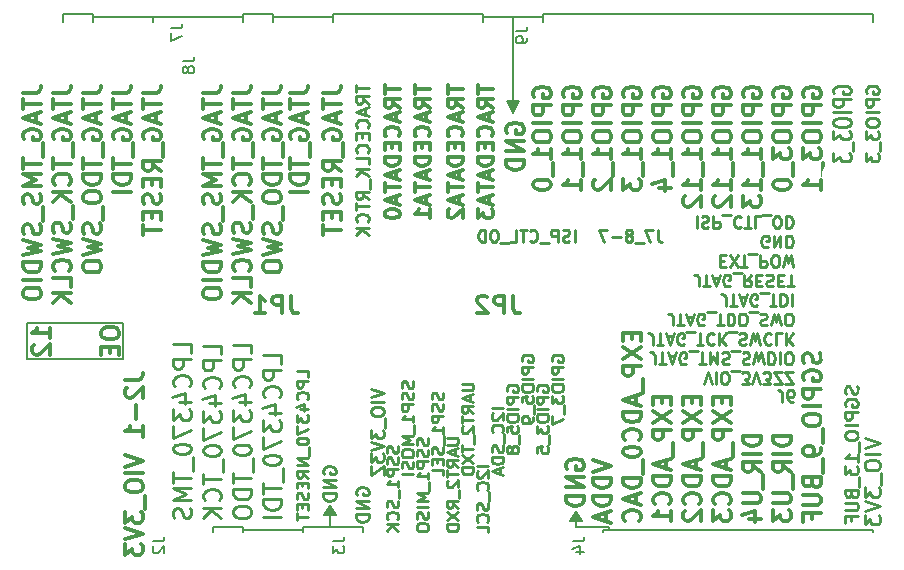
<source format=gbo>
G04 #@! TF.FileFunction,Legend,Bot*
%FSLAX46Y46*%
G04 Gerber Fmt 4.6, Leading zero omitted, Abs format (unit mm)*
G04 Created by KiCad (PCBNEW (after 2015-mar-04 BZR unknown)-product) date 2015年07月10日金曜日 08:04:20*
%MOMM*%
G01*
G04 APERTURE LIST*
%ADD10C,0.100000*%
%ADD11C,0.250000*%
%ADD12C,0.200000*%
%ADD13C,0.300000*%
%ADD14C,0.275000*%
%ADD15C,0.150000*%
%ADD16C,3.250000*%
%ADD17C,1.924000*%
%ADD18R,1.924000X1.924000*%
%ADD19R,2.127200X2.127200*%
%ADD20O,2.127200X2.127200*%
%ADD21R,2.432000X2.127200*%
%ADD22O,2.432000X2.127200*%
G04 APERTURE END LIST*
D10*
D11*
X28914000Y8864286D02*
X28861619Y8969048D01*
X28861619Y9126191D01*
X28914000Y9283333D01*
X29018762Y9388095D01*
X29123524Y9440476D01*
X29333048Y9492857D01*
X29490190Y9492857D01*
X29699714Y9440476D01*
X29804476Y9388095D01*
X29909238Y9283333D01*
X29961619Y9126191D01*
X29961619Y9021429D01*
X29909238Y8864286D01*
X29856857Y8811905D01*
X29490190Y8811905D01*
X29490190Y9021429D01*
X29961619Y8340476D02*
X28861619Y8340476D01*
X29961619Y7711905D01*
X28861619Y7711905D01*
X29961619Y7188095D02*
X28861619Y7188095D01*
X28861619Y6926190D01*
X28914000Y6769048D01*
X29018762Y6664286D01*
X29123524Y6611905D01*
X29333048Y6559524D01*
X29490190Y6559524D01*
X29699714Y6611905D01*
X29804476Y6664286D01*
X29909238Y6769048D01*
X29961619Y6926190D01*
X29961619Y7188095D01*
X64944667Y16724381D02*
X64944667Y17438667D01*
X64897047Y17581524D01*
X64801809Y17676762D01*
X64658952Y17724381D01*
X64563714Y17724381D01*
X65849429Y16724381D02*
X65658952Y16724381D01*
X65563714Y16772000D01*
X65516095Y16819619D01*
X65420857Y16962476D01*
X65373238Y17152952D01*
X65373238Y17533905D01*
X65420857Y17629143D01*
X65468476Y17676762D01*
X65563714Y17724381D01*
X65754191Y17724381D01*
X65849429Y17676762D01*
X65897048Y17629143D01*
X65944667Y17533905D01*
X65944667Y17295810D01*
X65897048Y17200571D01*
X65849429Y17152952D01*
X65754191Y17105333D01*
X65563714Y17105333D01*
X65468476Y17152952D01*
X65420857Y17200571D01*
X65373238Y17295810D01*
D12*
X9144000Y20320000D02*
X1016000Y20320000D01*
X9144000Y23368000D02*
X9144000Y20320000D01*
X1016000Y23368000D02*
X9144000Y23368000D01*
D11*
X58325714Y18252381D02*
X58659047Y19252381D01*
X58992381Y18252381D01*
X59325714Y19252381D02*
X59325714Y18252381D01*
X59992380Y18252381D02*
X60182857Y18252381D01*
X60278095Y18300000D01*
X60373333Y18395238D01*
X60420952Y18585714D01*
X60420952Y18919048D01*
X60373333Y19109524D01*
X60278095Y19204762D01*
X60182857Y19252381D01*
X59992380Y19252381D01*
X59897142Y19204762D01*
X59801904Y19109524D01*
X59754285Y18919048D01*
X59754285Y18585714D01*
X59801904Y18395238D01*
X59897142Y18300000D01*
X59992380Y18252381D01*
X60611428Y19347619D02*
X61373333Y19347619D01*
X61516190Y18252381D02*
X62135238Y18252381D01*
X61801904Y18633333D01*
X61944762Y18633333D01*
X62040000Y18680952D01*
X62087619Y18728571D01*
X62135238Y18823810D01*
X62135238Y19061905D01*
X62087619Y19157143D01*
X62040000Y19204762D01*
X61944762Y19252381D01*
X61659047Y19252381D01*
X61563809Y19204762D01*
X61516190Y19157143D01*
X62420952Y18252381D02*
X62754285Y19252381D01*
X63087619Y18252381D01*
X63325714Y18252381D02*
X63944762Y18252381D01*
X63611428Y18633333D01*
X63754286Y18633333D01*
X63849524Y18680952D01*
X63897143Y18728571D01*
X63944762Y18823810D01*
X63944762Y19061905D01*
X63897143Y19157143D01*
X63849524Y19204762D01*
X63754286Y19252381D01*
X63468571Y19252381D01*
X63373333Y19204762D01*
X63325714Y19157143D01*
X64278095Y18252381D02*
X64944762Y18252381D01*
X64278095Y19252381D01*
X64944762Y19252381D01*
X65230476Y18252381D02*
X65897143Y18252381D01*
X65230476Y19252381D01*
X65897143Y19252381D01*
X54182857Y19902381D02*
X54182857Y20616667D01*
X54135237Y20759524D01*
X54039999Y20854762D01*
X53897142Y20902381D01*
X53801904Y20902381D01*
X54516190Y19902381D02*
X55087619Y19902381D01*
X54801904Y20902381D02*
X54801904Y19902381D01*
X55373333Y20616667D02*
X55849524Y20616667D01*
X55278095Y20902381D02*
X55611428Y19902381D01*
X55944762Y20902381D01*
X56801905Y19950000D02*
X56706667Y19902381D01*
X56563810Y19902381D01*
X56420952Y19950000D01*
X56325714Y20045238D01*
X56278095Y20140476D01*
X56230476Y20330952D01*
X56230476Y20473810D01*
X56278095Y20664286D01*
X56325714Y20759524D01*
X56420952Y20854762D01*
X56563810Y20902381D01*
X56659048Y20902381D01*
X56801905Y20854762D01*
X56849524Y20807143D01*
X56849524Y20473810D01*
X56659048Y20473810D01*
X57040000Y20997619D02*
X57801905Y20997619D01*
X57897143Y19902381D02*
X58468572Y19902381D01*
X58182857Y20902381D02*
X58182857Y19902381D01*
X58801905Y20902381D02*
X58801905Y19902381D01*
X59135239Y20616667D01*
X59468572Y19902381D01*
X59468572Y20902381D01*
X59897143Y20854762D02*
X60040000Y20902381D01*
X60278096Y20902381D01*
X60373334Y20854762D01*
X60420953Y20807143D01*
X60468572Y20711905D01*
X60468572Y20616667D01*
X60420953Y20521429D01*
X60373334Y20473810D01*
X60278096Y20426190D01*
X60087619Y20378571D01*
X59992381Y20330952D01*
X59944762Y20283333D01*
X59897143Y20188095D01*
X59897143Y20092857D01*
X59944762Y19997619D01*
X59992381Y19950000D01*
X60087619Y19902381D01*
X60325715Y19902381D01*
X60468572Y19950000D01*
X60659048Y20997619D02*
X61420953Y20997619D01*
X61611429Y20854762D02*
X61754286Y20902381D01*
X61992382Y20902381D01*
X62087620Y20854762D01*
X62135239Y20807143D01*
X62182858Y20711905D01*
X62182858Y20616667D01*
X62135239Y20521429D01*
X62087620Y20473810D01*
X61992382Y20426190D01*
X61801905Y20378571D01*
X61706667Y20330952D01*
X61659048Y20283333D01*
X61611429Y20188095D01*
X61611429Y20092857D01*
X61659048Y19997619D01*
X61706667Y19950000D01*
X61801905Y19902381D01*
X62040001Y19902381D01*
X62182858Y19950000D01*
X62516191Y19902381D02*
X62754286Y20902381D01*
X62944763Y20188095D01*
X63135239Y20902381D01*
X63373334Y19902381D01*
X63754286Y20902381D02*
X63754286Y19902381D01*
X63992381Y19902381D01*
X64135239Y19950000D01*
X64230477Y20045238D01*
X64278096Y20140476D01*
X64325715Y20330952D01*
X64325715Y20473810D01*
X64278096Y20664286D01*
X64230477Y20759524D01*
X64135239Y20854762D01*
X63992381Y20902381D01*
X63754286Y20902381D01*
X64754286Y20902381D02*
X64754286Y19902381D01*
X65420952Y19902381D02*
X65611429Y19902381D01*
X65706667Y19950000D01*
X65801905Y20045238D01*
X65849524Y20235714D01*
X65849524Y20569048D01*
X65801905Y20759524D01*
X65706667Y20854762D01*
X65611429Y20902381D01*
X65420952Y20902381D01*
X65325714Y20854762D01*
X65230476Y20759524D01*
X65182857Y20569048D01*
X65182857Y20235714D01*
X65230476Y20045238D01*
X65325714Y19950000D01*
X65420952Y19902381D01*
X53992380Y21552381D02*
X53992380Y22266667D01*
X53944760Y22409524D01*
X53849522Y22504762D01*
X53706665Y22552381D01*
X53611427Y22552381D01*
X54325713Y21552381D02*
X54897142Y21552381D01*
X54611427Y22552381D02*
X54611427Y21552381D01*
X55182856Y22266667D02*
X55659047Y22266667D01*
X55087618Y22552381D02*
X55420951Y21552381D01*
X55754285Y22552381D01*
X56611428Y21600000D02*
X56516190Y21552381D01*
X56373333Y21552381D01*
X56230475Y21600000D01*
X56135237Y21695238D01*
X56087618Y21790476D01*
X56039999Y21980952D01*
X56039999Y22123810D01*
X56087618Y22314286D01*
X56135237Y22409524D01*
X56230475Y22504762D01*
X56373333Y22552381D01*
X56468571Y22552381D01*
X56611428Y22504762D01*
X56659047Y22457143D01*
X56659047Y22123810D01*
X56468571Y22123810D01*
X56849523Y22647619D02*
X57611428Y22647619D01*
X57706666Y21552381D02*
X58278095Y21552381D01*
X57992380Y22552381D02*
X57992380Y21552381D01*
X59182857Y22457143D02*
X59135238Y22504762D01*
X58992381Y22552381D01*
X58897143Y22552381D01*
X58754285Y22504762D01*
X58659047Y22409524D01*
X58611428Y22314286D01*
X58563809Y22123810D01*
X58563809Y21980952D01*
X58611428Y21790476D01*
X58659047Y21695238D01*
X58754285Y21600000D01*
X58897143Y21552381D01*
X58992381Y21552381D01*
X59135238Y21600000D01*
X59182857Y21647619D01*
X59611428Y22552381D02*
X59611428Y21552381D01*
X60182857Y22552381D02*
X59754285Y21980952D01*
X60182857Y21552381D02*
X59611428Y22123810D01*
X60373333Y22647619D02*
X61135238Y22647619D01*
X61325714Y22504762D02*
X61468571Y22552381D01*
X61706667Y22552381D01*
X61801905Y22504762D01*
X61849524Y22457143D01*
X61897143Y22361905D01*
X61897143Y22266667D01*
X61849524Y22171429D01*
X61801905Y22123810D01*
X61706667Y22076190D01*
X61516190Y22028571D01*
X61420952Y21980952D01*
X61373333Y21933333D01*
X61325714Y21838095D01*
X61325714Y21742857D01*
X61373333Y21647619D01*
X61420952Y21600000D01*
X61516190Y21552381D01*
X61754286Y21552381D01*
X61897143Y21600000D01*
X62230476Y21552381D02*
X62468571Y22552381D01*
X62659048Y21838095D01*
X62849524Y22552381D01*
X63087619Y21552381D01*
X64040000Y22457143D02*
X63992381Y22504762D01*
X63849524Y22552381D01*
X63754286Y22552381D01*
X63611428Y22504762D01*
X63516190Y22409524D01*
X63468571Y22314286D01*
X63420952Y22123810D01*
X63420952Y21980952D01*
X63468571Y21790476D01*
X63516190Y21695238D01*
X63611428Y21600000D01*
X63754286Y21552381D01*
X63849524Y21552381D01*
X63992381Y21600000D01*
X64040000Y21647619D01*
X64944762Y22552381D02*
X64468571Y22552381D01*
X64468571Y21552381D01*
X65278095Y22552381D02*
X65278095Y21552381D01*
X65849524Y22552381D02*
X65420952Y21980952D01*
X65849524Y21552381D02*
X65278095Y22123810D01*
X55706666Y23202381D02*
X55706666Y23916667D01*
X55659046Y24059524D01*
X55563808Y24154762D01*
X55420951Y24202381D01*
X55325713Y24202381D01*
X56039999Y23202381D02*
X56611428Y23202381D01*
X56325713Y24202381D02*
X56325713Y23202381D01*
X56897142Y23916667D02*
X57373333Y23916667D01*
X56801904Y24202381D02*
X57135237Y23202381D01*
X57468571Y24202381D01*
X58325714Y23250000D02*
X58230476Y23202381D01*
X58087619Y23202381D01*
X57944761Y23250000D01*
X57849523Y23345238D01*
X57801904Y23440476D01*
X57754285Y23630952D01*
X57754285Y23773810D01*
X57801904Y23964286D01*
X57849523Y24059524D01*
X57944761Y24154762D01*
X58087619Y24202381D01*
X58182857Y24202381D01*
X58325714Y24154762D01*
X58373333Y24107143D01*
X58373333Y23773810D01*
X58182857Y23773810D01*
X58563809Y24297619D02*
X59325714Y24297619D01*
X59420952Y23202381D02*
X59992381Y23202381D01*
X59706666Y24202381D02*
X59706666Y23202381D01*
X60325714Y24202381D02*
X60325714Y23202381D01*
X60563809Y23202381D01*
X60706667Y23250000D01*
X60801905Y23345238D01*
X60849524Y23440476D01*
X60897143Y23630952D01*
X60897143Y23773810D01*
X60849524Y23964286D01*
X60801905Y24059524D01*
X60706667Y24154762D01*
X60563809Y24202381D01*
X60325714Y24202381D01*
X61516190Y23202381D02*
X61706667Y23202381D01*
X61801905Y23250000D01*
X61897143Y23345238D01*
X61944762Y23535714D01*
X61944762Y23869048D01*
X61897143Y24059524D01*
X61801905Y24154762D01*
X61706667Y24202381D01*
X61516190Y24202381D01*
X61420952Y24154762D01*
X61325714Y24059524D01*
X61278095Y23869048D01*
X61278095Y23535714D01*
X61325714Y23345238D01*
X61420952Y23250000D01*
X61516190Y23202381D01*
X62135238Y24297619D02*
X62897143Y24297619D01*
X63087619Y24154762D02*
X63230476Y24202381D01*
X63468572Y24202381D01*
X63563810Y24154762D01*
X63611429Y24107143D01*
X63659048Y24011905D01*
X63659048Y23916667D01*
X63611429Y23821429D01*
X63563810Y23773810D01*
X63468572Y23726190D01*
X63278095Y23678571D01*
X63182857Y23630952D01*
X63135238Y23583333D01*
X63087619Y23488095D01*
X63087619Y23392857D01*
X63135238Y23297619D01*
X63182857Y23250000D01*
X63278095Y23202381D01*
X63516191Y23202381D01*
X63659048Y23250000D01*
X63992381Y23202381D02*
X64230476Y24202381D01*
X64420953Y23488095D01*
X64611429Y24202381D01*
X64849524Y23202381D01*
X65420952Y23202381D02*
X65611429Y23202381D01*
X65706667Y23250000D01*
X65801905Y23345238D01*
X65849524Y23535714D01*
X65849524Y23869048D01*
X65801905Y24059524D01*
X65706667Y24154762D01*
X65611429Y24202381D01*
X65420952Y24202381D01*
X65325714Y24154762D01*
X65230476Y24059524D01*
X65182857Y23869048D01*
X65182857Y23535714D01*
X65230476Y23345238D01*
X65325714Y23250000D01*
X65420952Y23202381D01*
X60182857Y24852381D02*
X60182857Y25566667D01*
X60135237Y25709524D01*
X60039999Y25804762D01*
X59897142Y25852381D01*
X59801904Y25852381D01*
X60516190Y24852381D02*
X61087619Y24852381D01*
X60801904Y25852381D02*
X60801904Y24852381D01*
X61373333Y25566667D02*
X61849524Y25566667D01*
X61278095Y25852381D02*
X61611428Y24852381D01*
X61944762Y25852381D01*
X62801905Y24900000D02*
X62706667Y24852381D01*
X62563810Y24852381D01*
X62420952Y24900000D01*
X62325714Y24995238D01*
X62278095Y25090476D01*
X62230476Y25280952D01*
X62230476Y25423810D01*
X62278095Y25614286D01*
X62325714Y25709524D01*
X62420952Y25804762D01*
X62563810Y25852381D01*
X62659048Y25852381D01*
X62801905Y25804762D01*
X62849524Y25757143D01*
X62849524Y25423810D01*
X62659048Y25423810D01*
X63040000Y25947619D02*
X63801905Y25947619D01*
X63897143Y24852381D02*
X64468572Y24852381D01*
X64182857Y25852381D02*
X64182857Y24852381D01*
X64801905Y25852381D02*
X64801905Y24852381D01*
X65040000Y24852381D01*
X65182858Y24900000D01*
X65278096Y24995238D01*
X65325715Y25090476D01*
X65373334Y25280952D01*
X65373334Y25423810D01*
X65325715Y25614286D01*
X65278096Y25709524D01*
X65182858Y25804762D01*
X65040000Y25852381D01*
X64801905Y25852381D01*
X65801905Y25852381D02*
X65801905Y24852381D01*
X57897142Y26502381D02*
X57897142Y27216667D01*
X57849522Y27359524D01*
X57754284Y27454762D01*
X57611427Y27502381D01*
X57516189Y27502381D01*
X58230475Y26502381D02*
X58801904Y26502381D01*
X58516189Y27502381D02*
X58516189Y26502381D01*
X59087618Y27216667D02*
X59563809Y27216667D01*
X58992380Y27502381D02*
X59325713Y26502381D01*
X59659047Y27502381D01*
X60516190Y26550000D02*
X60420952Y26502381D01*
X60278095Y26502381D01*
X60135237Y26550000D01*
X60039999Y26645238D01*
X59992380Y26740476D01*
X59944761Y26930952D01*
X59944761Y27073810D01*
X59992380Y27264286D01*
X60039999Y27359524D01*
X60135237Y27454762D01*
X60278095Y27502381D01*
X60373333Y27502381D01*
X60516190Y27454762D01*
X60563809Y27407143D01*
X60563809Y27073810D01*
X60373333Y27073810D01*
X60754285Y27597619D02*
X61516190Y27597619D01*
X62325714Y27502381D02*
X61992380Y27026190D01*
X61754285Y27502381D02*
X61754285Y26502381D01*
X62135238Y26502381D01*
X62230476Y26550000D01*
X62278095Y26597619D01*
X62325714Y26692857D01*
X62325714Y26835714D01*
X62278095Y26930952D01*
X62230476Y26978571D01*
X62135238Y27026190D01*
X61754285Y27026190D01*
X62754285Y26978571D02*
X63087619Y26978571D01*
X63230476Y27502381D02*
X62754285Y27502381D01*
X62754285Y26502381D01*
X63230476Y26502381D01*
X63611428Y27454762D02*
X63754285Y27502381D01*
X63992381Y27502381D01*
X64087619Y27454762D01*
X64135238Y27407143D01*
X64182857Y27311905D01*
X64182857Y27216667D01*
X64135238Y27121429D01*
X64087619Y27073810D01*
X63992381Y27026190D01*
X63801904Y26978571D01*
X63706666Y26930952D01*
X63659047Y26883333D01*
X63611428Y26788095D01*
X63611428Y26692857D01*
X63659047Y26597619D01*
X63706666Y26550000D01*
X63801904Y26502381D01*
X64040000Y26502381D01*
X64182857Y26550000D01*
X64611428Y26978571D02*
X64944762Y26978571D01*
X65087619Y27502381D02*
X64611428Y27502381D01*
X64611428Y26502381D01*
X65087619Y26502381D01*
X65373333Y26502381D02*
X65944762Y26502381D01*
X65659047Y27502381D02*
X65659047Y26502381D01*
X59706666Y28628571D02*
X60040000Y28628571D01*
X60182857Y29152381D02*
X59706666Y29152381D01*
X59706666Y28152381D01*
X60182857Y28152381D01*
X60516190Y28152381D02*
X61182857Y29152381D01*
X61182857Y28152381D02*
X60516190Y29152381D01*
X61420952Y28152381D02*
X61992381Y28152381D01*
X61706666Y29152381D02*
X61706666Y28152381D01*
X62087619Y29247619D02*
X62849524Y29247619D01*
X63087619Y29152381D02*
X63087619Y28152381D01*
X63468572Y28152381D01*
X63563810Y28200000D01*
X63611429Y28247619D01*
X63659048Y28342857D01*
X63659048Y28485714D01*
X63611429Y28580952D01*
X63563810Y28628571D01*
X63468572Y28676190D01*
X63087619Y28676190D01*
X64278095Y28152381D02*
X64468572Y28152381D01*
X64563810Y28200000D01*
X64659048Y28295238D01*
X64706667Y28485714D01*
X64706667Y28819048D01*
X64659048Y29009524D01*
X64563810Y29104762D01*
X64468572Y29152381D01*
X64278095Y29152381D01*
X64182857Y29104762D01*
X64087619Y29009524D01*
X64040000Y28819048D01*
X64040000Y28485714D01*
X64087619Y28295238D01*
X64182857Y28200000D01*
X64278095Y28152381D01*
X65040000Y28152381D02*
X65278095Y29152381D01*
X65468572Y28438095D01*
X65659048Y29152381D01*
X65897143Y28152381D01*
X63754286Y29850000D02*
X63659048Y29802381D01*
X63516191Y29802381D01*
X63373333Y29850000D01*
X63278095Y29945238D01*
X63230476Y30040476D01*
X63182857Y30230952D01*
X63182857Y30373810D01*
X63230476Y30564286D01*
X63278095Y30659524D01*
X63373333Y30754762D01*
X63516191Y30802381D01*
X63611429Y30802381D01*
X63754286Y30754762D01*
X63801905Y30707143D01*
X63801905Y30373810D01*
X63611429Y30373810D01*
X64230476Y30802381D02*
X64230476Y29802381D01*
X64801905Y30802381D01*
X64801905Y29802381D01*
X65278095Y30802381D02*
X65278095Y29802381D01*
X65516190Y29802381D01*
X65659048Y29850000D01*
X65754286Y29945238D01*
X65801905Y30040476D01*
X65849524Y30230952D01*
X65849524Y30373810D01*
X65801905Y30564286D01*
X65754286Y30659524D01*
X65659048Y30754762D01*
X65516190Y30802381D01*
X65278095Y30802381D01*
X57706666Y32452381D02*
X57706666Y31452381D01*
X58135237Y32404762D02*
X58278094Y32452381D01*
X58516190Y32452381D01*
X58611428Y32404762D01*
X58659047Y32357143D01*
X58706666Y32261905D01*
X58706666Y32166667D01*
X58659047Y32071429D01*
X58611428Y32023810D01*
X58516190Y31976190D01*
X58325713Y31928571D01*
X58230475Y31880952D01*
X58182856Y31833333D01*
X58135237Y31738095D01*
X58135237Y31642857D01*
X58182856Y31547619D01*
X58230475Y31500000D01*
X58325713Y31452381D01*
X58563809Y31452381D01*
X58706666Y31500000D01*
X59135237Y32452381D02*
X59135237Y31452381D01*
X59516190Y31452381D01*
X59611428Y31500000D01*
X59659047Y31547619D01*
X59706666Y31642857D01*
X59706666Y31785714D01*
X59659047Y31880952D01*
X59611428Y31928571D01*
X59516190Y31976190D01*
X59135237Y31976190D01*
X59897142Y32547619D02*
X60659047Y32547619D01*
X61468571Y32357143D02*
X61420952Y32404762D01*
X61278095Y32452381D01*
X61182857Y32452381D01*
X61039999Y32404762D01*
X60944761Y32309524D01*
X60897142Y32214286D01*
X60849523Y32023810D01*
X60849523Y31880952D01*
X60897142Y31690476D01*
X60944761Y31595238D01*
X61039999Y31500000D01*
X61182857Y31452381D01*
X61278095Y31452381D01*
X61420952Y31500000D01*
X61468571Y31547619D01*
X61754285Y31452381D02*
X62325714Y31452381D01*
X62039999Y32452381D02*
X62039999Y31452381D01*
X63135238Y32452381D02*
X62659047Y32452381D01*
X62659047Y31452381D01*
X63230476Y32547619D02*
X63992381Y32547619D01*
X64420952Y31452381D02*
X64611429Y31452381D01*
X64706667Y31500000D01*
X64801905Y31595238D01*
X64849524Y31785714D01*
X64849524Y32119048D01*
X64801905Y32309524D01*
X64706667Y32404762D01*
X64611429Y32452381D01*
X64420952Y32452381D01*
X64325714Y32404762D01*
X64230476Y32309524D01*
X64182857Y32119048D01*
X64182857Y31785714D01*
X64230476Y31595238D01*
X64325714Y31500000D01*
X64420952Y31452381D01*
X65278095Y32452381D02*
X65278095Y31452381D01*
X65516190Y31452381D01*
X65659048Y31500000D01*
X65754286Y31595238D01*
X65801905Y31690476D01*
X65849524Y31880952D01*
X65849524Y32023810D01*
X65801905Y32214286D01*
X65754286Y32309524D01*
X65659048Y32404762D01*
X65516190Y32452381D01*
X65278095Y32452381D01*
D13*
X9338571Y18572856D02*
X10410000Y18572856D01*
X10624286Y18644284D01*
X10767143Y18787141D01*
X10838571Y19001427D01*
X10838571Y19144284D01*
X9481429Y17929999D02*
X9410000Y17858570D01*
X9338571Y17715713D01*
X9338571Y17358570D01*
X9410000Y17215713D01*
X9481429Y17144284D01*
X9624286Y17072856D01*
X9767143Y17072856D01*
X9981429Y17144284D01*
X10838571Y18001427D01*
X10838571Y17072856D01*
X10267143Y16429999D02*
X10267143Y15287142D01*
X10838571Y13787142D02*
X10838571Y14644285D01*
X10838571Y14215713D02*
X9338571Y14215713D01*
X9552857Y14358570D01*
X9695714Y14501428D01*
X9767143Y14644285D01*
X9338571Y12215714D02*
X10838571Y11715714D01*
X9338571Y11215714D01*
X10838571Y10715714D02*
X9338571Y10715714D01*
X9338571Y9715714D02*
X9338571Y9430000D01*
X9410000Y9287142D01*
X9552857Y9144285D01*
X9838571Y9072857D01*
X10338571Y9072857D01*
X10624286Y9144285D01*
X10767143Y9287142D01*
X10838571Y9430000D01*
X10838571Y9715714D01*
X10767143Y9858571D01*
X10624286Y10001428D01*
X10338571Y10072857D01*
X9838571Y10072857D01*
X9552857Y10001428D01*
X9410000Y9858571D01*
X9338571Y9715714D01*
X10981429Y8787142D02*
X10981429Y7644285D01*
X9338571Y7429999D02*
X9338571Y6501428D01*
X9910000Y7001428D01*
X9910000Y6787142D01*
X9981429Y6644285D01*
X10052857Y6572856D01*
X10195714Y6501428D01*
X10552857Y6501428D01*
X10695714Y6572856D01*
X10767143Y6644285D01*
X10838571Y6787142D01*
X10838571Y7215714D01*
X10767143Y7358571D01*
X10695714Y7429999D01*
X9338571Y6072857D02*
X10838571Y5572857D01*
X9338571Y5072857D01*
X9338571Y4715714D02*
X9338571Y3787143D01*
X9910000Y4287143D01*
X9910000Y4072857D01*
X9981429Y3930000D01*
X10052857Y3858571D01*
X10195714Y3787143D01*
X10552857Y3787143D01*
X10695714Y3858571D01*
X10767143Y3930000D01*
X10838571Y4072857D01*
X10838571Y4501429D01*
X10767143Y4644286D01*
X10695714Y4715714D01*
D11*
X24836381Y18842096D02*
X24836381Y19318287D01*
X23836381Y19318287D01*
X24836381Y18508763D02*
X23836381Y18508763D01*
X23836381Y18127810D01*
X23884000Y18032572D01*
X23931619Y17984953D01*
X24026857Y17937334D01*
X24169714Y17937334D01*
X24264952Y17984953D01*
X24312571Y18032572D01*
X24360190Y18127810D01*
X24360190Y18508763D01*
X24741143Y16937334D02*
X24788762Y16984953D01*
X24836381Y17127810D01*
X24836381Y17223048D01*
X24788762Y17365906D01*
X24693524Y17461144D01*
X24598286Y17508763D01*
X24407810Y17556382D01*
X24264952Y17556382D01*
X24074476Y17508763D01*
X23979238Y17461144D01*
X23884000Y17365906D01*
X23836381Y17223048D01*
X23836381Y17127810D01*
X23884000Y16984953D01*
X23931619Y16937334D01*
X24169714Y16080191D02*
X24836381Y16080191D01*
X23788762Y16318287D02*
X24503048Y16556382D01*
X24503048Y15937334D01*
X23836381Y15651620D02*
X23836381Y15032572D01*
X24217333Y15365906D01*
X24217333Y15223048D01*
X24264952Y15127810D01*
X24312571Y15080191D01*
X24407810Y15032572D01*
X24645905Y15032572D01*
X24741143Y15080191D01*
X24788762Y15127810D01*
X24836381Y15223048D01*
X24836381Y15508763D01*
X24788762Y15604001D01*
X24741143Y15651620D01*
X23836381Y14699239D02*
X23836381Y14032572D01*
X24836381Y14461144D01*
X23836381Y13461144D02*
X23836381Y13365905D01*
X23884000Y13270667D01*
X23931619Y13223048D01*
X24026857Y13175429D01*
X24217333Y13127810D01*
X24455429Y13127810D01*
X24645905Y13175429D01*
X24741143Y13223048D01*
X24788762Y13270667D01*
X24836381Y13365905D01*
X24836381Y13461144D01*
X24788762Y13556382D01*
X24741143Y13604001D01*
X24645905Y13651620D01*
X24455429Y13699239D01*
X24217333Y13699239D01*
X24026857Y13651620D01*
X23931619Y13604001D01*
X23884000Y13556382D01*
X23836381Y13461144D01*
X24931619Y12937334D02*
X24931619Y12175429D01*
X24836381Y11937334D02*
X23836381Y11937334D01*
X24836381Y11365905D01*
X23836381Y11365905D01*
X24836381Y10318286D02*
X24360190Y10651620D01*
X24836381Y10889715D02*
X23836381Y10889715D01*
X23836381Y10508762D01*
X23884000Y10413524D01*
X23931619Y10365905D01*
X24026857Y10318286D01*
X24169714Y10318286D01*
X24264952Y10365905D01*
X24312571Y10413524D01*
X24360190Y10508762D01*
X24360190Y10889715D01*
X24312571Y9889715D02*
X24312571Y9556381D01*
X24836381Y9413524D02*
X24836381Y9889715D01*
X23836381Y9889715D01*
X23836381Y9413524D01*
X24788762Y9032572D02*
X24836381Y8889715D01*
X24836381Y8651619D01*
X24788762Y8556381D01*
X24741143Y8508762D01*
X24645905Y8461143D01*
X24550667Y8461143D01*
X24455429Y8508762D01*
X24407810Y8556381D01*
X24360190Y8651619D01*
X24312571Y8842096D01*
X24264952Y8937334D01*
X24217333Y8984953D01*
X24122095Y9032572D01*
X24026857Y9032572D01*
X23931619Y8984953D01*
X23884000Y8937334D01*
X23836381Y8842096D01*
X23836381Y8604000D01*
X23884000Y8461143D01*
X24312571Y8032572D02*
X24312571Y7699238D01*
X24836381Y7556381D02*
X24836381Y8032572D01*
X23836381Y8032572D01*
X23836381Y7556381D01*
X23836381Y7270667D02*
X23836381Y6699238D01*
X24836381Y6984953D02*
X23836381Y6984953D01*
X22522571Y19961141D02*
X22522571Y20675427D01*
X21022571Y20675427D01*
X22522571Y19461141D02*
X21022571Y19461141D01*
X21022571Y18889713D01*
X21094000Y18746855D01*
X21165429Y18675427D01*
X21308286Y18603998D01*
X21522571Y18603998D01*
X21665429Y18675427D01*
X21736857Y18746855D01*
X21808286Y18889713D01*
X21808286Y19461141D01*
X22379714Y17103998D02*
X22451143Y17175427D01*
X22522571Y17389713D01*
X22522571Y17532570D01*
X22451143Y17746855D01*
X22308286Y17889713D01*
X22165429Y17961141D01*
X21879714Y18032570D01*
X21665429Y18032570D01*
X21379714Y17961141D01*
X21236857Y17889713D01*
X21094000Y17746855D01*
X21022571Y17532570D01*
X21022571Y17389713D01*
X21094000Y17175427D01*
X21165429Y17103998D01*
X21522571Y15818284D02*
X22522571Y15818284D01*
X20951143Y16175427D02*
X22022571Y16532570D01*
X22022571Y15603998D01*
X21022571Y15175427D02*
X21022571Y14246856D01*
X21594000Y14746856D01*
X21594000Y14532570D01*
X21665429Y14389713D01*
X21736857Y14318284D01*
X21879714Y14246856D01*
X22236857Y14246856D01*
X22379714Y14318284D01*
X22451143Y14389713D01*
X22522571Y14532570D01*
X22522571Y14961142D01*
X22451143Y15103999D01*
X22379714Y15175427D01*
X21022571Y13746856D02*
X21022571Y12746856D01*
X22522571Y13389713D01*
X21022571Y11889714D02*
X21022571Y11746857D01*
X21094000Y11604000D01*
X21165429Y11532571D01*
X21308286Y11461142D01*
X21594000Y11389714D01*
X21951143Y11389714D01*
X22236857Y11461142D01*
X22379714Y11532571D01*
X22451143Y11604000D01*
X22522571Y11746857D01*
X22522571Y11889714D01*
X22451143Y12032571D01*
X22379714Y12104000D01*
X22236857Y12175428D01*
X21951143Y12246857D01*
X21594000Y12246857D01*
X21308286Y12175428D01*
X21165429Y12104000D01*
X21094000Y12032571D01*
X21022571Y11889714D01*
X22665429Y11104000D02*
X22665429Y9961143D01*
X21022571Y9818286D02*
X21022571Y8961143D01*
X22522571Y9389714D02*
X21022571Y9389714D01*
X22522571Y8461143D02*
X21022571Y8461143D01*
X21022571Y8104000D01*
X21094000Y7889715D01*
X21236857Y7746857D01*
X21379714Y7675429D01*
X21665429Y7604000D01*
X21879714Y7604000D01*
X22165429Y7675429D01*
X22308286Y7746857D01*
X22451143Y7889715D01*
X22522571Y8104000D01*
X22522571Y8461143D01*
X22522571Y6961143D02*
X21022571Y6961143D01*
X19982571Y20818284D02*
X19982571Y21532570D01*
X18482571Y21532570D01*
X19982571Y20318284D02*
X18482571Y20318284D01*
X18482571Y19746856D01*
X18554000Y19603998D01*
X18625429Y19532570D01*
X18768286Y19461141D01*
X18982571Y19461141D01*
X19125429Y19532570D01*
X19196857Y19603998D01*
X19268286Y19746856D01*
X19268286Y20318284D01*
X19839714Y17961141D02*
X19911143Y18032570D01*
X19982571Y18246856D01*
X19982571Y18389713D01*
X19911143Y18603998D01*
X19768286Y18746856D01*
X19625429Y18818284D01*
X19339714Y18889713D01*
X19125429Y18889713D01*
X18839714Y18818284D01*
X18696857Y18746856D01*
X18554000Y18603998D01*
X18482571Y18389713D01*
X18482571Y18246856D01*
X18554000Y18032570D01*
X18625429Y17961141D01*
X18982571Y16675427D02*
X19982571Y16675427D01*
X18411143Y17032570D02*
X19482571Y17389713D01*
X19482571Y16461141D01*
X18482571Y16032570D02*
X18482571Y15103999D01*
X19054000Y15603999D01*
X19054000Y15389713D01*
X19125429Y15246856D01*
X19196857Y15175427D01*
X19339714Y15103999D01*
X19696857Y15103999D01*
X19839714Y15175427D01*
X19911143Y15246856D01*
X19982571Y15389713D01*
X19982571Y15818285D01*
X19911143Y15961142D01*
X19839714Y16032570D01*
X18482571Y14603999D02*
X18482571Y13603999D01*
X19982571Y14246856D01*
X18482571Y12746857D02*
X18482571Y12604000D01*
X18554000Y12461143D01*
X18625429Y12389714D01*
X18768286Y12318285D01*
X19054000Y12246857D01*
X19411143Y12246857D01*
X19696857Y12318285D01*
X19839714Y12389714D01*
X19911143Y12461143D01*
X19982571Y12604000D01*
X19982571Y12746857D01*
X19911143Y12889714D01*
X19839714Y12961143D01*
X19696857Y13032571D01*
X19411143Y13104000D01*
X19054000Y13104000D01*
X18768286Y13032571D01*
X18625429Y12961143D01*
X18554000Y12889714D01*
X18482571Y12746857D01*
X20125429Y11961143D02*
X20125429Y10818286D01*
X18482571Y10675429D02*
X18482571Y9818286D01*
X19982571Y10246857D02*
X18482571Y10246857D01*
X19982571Y9318286D02*
X18482571Y9318286D01*
X18482571Y8961143D01*
X18554000Y8746858D01*
X18696857Y8604000D01*
X18839714Y8532572D01*
X19125429Y8461143D01*
X19339714Y8461143D01*
X19625429Y8532572D01*
X19768286Y8604000D01*
X19911143Y8746858D01*
X19982571Y8961143D01*
X19982571Y9318286D01*
X18482571Y7532572D02*
X18482571Y7246858D01*
X18554000Y7104000D01*
X18696857Y6961143D01*
X18982571Y6889715D01*
X19482571Y6889715D01*
X19768286Y6961143D01*
X19911143Y7104000D01*
X19982571Y7246858D01*
X19982571Y7532572D01*
X19911143Y7675429D01*
X19768286Y7818286D01*
X19482571Y7889715D01*
X18982571Y7889715D01*
X18696857Y7818286D01*
X18554000Y7675429D01*
X18482571Y7532572D01*
X17442571Y20746855D02*
X17442571Y21461141D01*
X15942571Y21461141D01*
X17442571Y20246855D02*
X15942571Y20246855D01*
X15942571Y19675427D01*
X16014000Y19532569D01*
X16085429Y19461141D01*
X16228286Y19389712D01*
X16442571Y19389712D01*
X16585429Y19461141D01*
X16656857Y19532569D01*
X16728286Y19675427D01*
X16728286Y20246855D01*
X17299714Y17889712D02*
X17371143Y17961141D01*
X17442571Y18175427D01*
X17442571Y18318284D01*
X17371143Y18532569D01*
X17228286Y18675427D01*
X17085429Y18746855D01*
X16799714Y18818284D01*
X16585429Y18818284D01*
X16299714Y18746855D01*
X16156857Y18675427D01*
X16014000Y18532569D01*
X15942571Y18318284D01*
X15942571Y18175427D01*
X16014000Y17961141D01*
X16085429Y17889712D01*
X16442571Y16603998D02*
X17442571Y16603998D01*
X15871143Y16961141D02*
X16942571Y17318284D01*
X16942571Y16389712D01*
X15942571Y15961141D02*
X15942571Y15032570D01*
X16514000Y15532570D01*
X16514000Y15318284D01*
X16585429Y15175427D01*
X16656857Y15103998D01*
X16799714Y15032570D01*
X17156857Y15032570D01*
X17299714Y15103998D01*
X17371143Y15175427D01*
X17442571Y15318284D01*
X17442571Y15746856D01*
X17371143Y15889713D01*
X17299714Y15961141D01*
X15942571Y14532570D02*
X15942571Y13532570D01*
X17442571Y14175427D01*
X15942571Y12675428D02*
X15942571Y12532571D01*
X16014000Y12389714D01*
X16085429Y12318285D01*
X16228286Y12246856D01*
X16514000Y12175428D01*
X16871143Y12175428D01*
X17156857Y12246856D01*
X17299714Y12318285D01*
X17371143Y12389714D01*
X17442571Y12532571D01*
X17442571Y12675428D01*
X17371143Y12818285D01*
X17299714Y12889714D01*
X17156857Y12961142D01*
X16871143Y13032571D01*
X16514000Y13032571D01*
X16228286Y12961142D01*
X16085429Y12889714D01*
X16014000Y12818285D01*
X15942571Y12675428D01*
X17585429Y11889714D02*
X17585429Y10746857D01*
X15942571Y10604000D02*
X15942571Y9746857D01*
X17442571Y10175428D02*
X15942571Y10175428D01*
X17299714Y8389714D02*
X17371143Y8461143D01*
X17442571Y8675429D01*
X17442571Y8818286D01*
X17371143Y9032571D01*
X17228286Y9175429D01*
X17085429Y9246857D01*
X16799714Y9318286D01*
X16585429Y9318286D01*
X16299714Y9246857D01*
X16156857Y9175429D01*
X16014000Y9032571D01*
X15942571Y8818286D01*
X15942571Y8675429D01*
X16014000Y8461143D01*
X16085429Y8389714D01*
X17442571Y7746857D02*
X15942571Y7746857D01*
X17442571Y6889714D02*
X16585429Y7532571D01*
X15942571Y6889714D02*
X16799714Y7746857D01*
X14902571Y20889712D02*
X14902571Y21603998D01*
X13402571Y21603998D01*
X14902571Y20389712D02*
X13402571Y20389712D01*
X13402571Y19818284D01*
X13474000Y19675426D01*
X13545429Y19603998D01*
X13688286Y19532569D01*
X13902571Y19532569D01*
X14045429Y19603998D01*
X14116857Y19675426D01*
X14188286Y19818284D01*
X14188286Y20389712D01*
X14759714Y18032569D02*
X14831143Y18103998D01*
X14902571Y18318284D01*
X14902571Y18461141D01*
X14831143Y18675426D01*
X14688286Y18818284D01*
X14545429Y18889712D01*
X14259714Y18961141D01*
X14045429Y18961141D01*
X13759714Y18889712D01*
X13616857Y18818284D01*
X13474000Y18675426D01*
X13402571Y18461141D01*
X13402571Y18318284D01*
X13474000Y18103998D01*
X13545429Y18032569D01*
X13902571Y16746855D02*
X14902571Y16746855D01*
X13331143Y17103998D02*
X14402571Y17461141D01*
X14402571Y16532569D01*
X13402571Y16103998D02*
X13402571Y15175427D01*
X13974000Y15675427D01*
X13974000Y15461141D01*
X14045429Y15318284D01*
X14116857Y15246855D01*
X14259714Y15175427D01*
X14616857Y15175427D01*
X14759714Y15246855D01*
X14831143Y15318284D01*
X14902571Y15461141D01*
X14902571Y15889713D01*
X14831143Y16032570D01*
X14759714Y16103998D01*
X13402571Y14675427D02*
X13402571Y13675427D01*
X14902571Y14318284D01*
X13402571Y12818285D02*
X13402571Y12675428D01*
X13474000Y12532571D01*
X13545429Y12461142D01*
X13688286Y12389713D01*
X13974000Y12318285D01*
X14331143Y12318285D01*
X14616857Y12389713D01*
X14759714Y12461142D01*
X14831143Y12532571D01*
X14902571Y12675428D01*
X14902571Y12818285D01*
X14831143Y12961142D01*
X14759714Y13032571D01*
X14616857Y13103999D01*
X14331143Y13175428D01*
X13974000Y13175428D01*
X13688286Y13103999D01*
X13545429Y13032571D01*
X13474000Y12961142D01*
X13402571Y12818285D01*
X15045429Y12032571D02*
X15045429Y10889714D01*
X13402571Y10746857D02*
X13402571Y9889714D01*
X14902571Y10318285D02*
X13402571Y10318285D01*
X14902571Y9389714D02*
X13402571Y9389714D01*
X14474000Y8889714D01*
X13402571Y8389714D01*
X14902571Y8389714D01*
X14831143Y7746857D02*
X14902571Y7532571D01*
X14902571Y7175428D01*
X14831143Y7032571D01*
X14759714Y6961142D01*
X14616857Y6889714D01*
X14474000Y6889714D01*
X14331143Y6961142D01*
X14259714Y7032571D01*
X14188286Y7175428D01*
X14116857Y7461142D01*
X14045429Y7604000D01*
X13974000Y7675428D01*
X13831143Y7746857D01*
X13688286Y7746857D01*
X13545429Y7675428D01*
X13474000Y7604000D01*
X13402571Y7461142D01*
X13402571Y7104000D01*
X13474000Y6889714D01*
X26120000Y10642286D02*
X26067619Y10747048D01*
X26067619Y10904191D01*
X26120000Y11061333D01*
X26224762Y11166095D01*
X26329524Y11218476D01*
X26539048Y11270857D01*
X26696190Y11270857D01*
X26905714Y11218476D01*
X27010476Y11166095D01*
X27115238Y11061333D01*
X27167619Y10904191D01*
X27167619Y10799429D01*
X27115238Y10642286D01*
X27062857Y10589905D01*
X26696190Y10589905D01*
X26696190Y10799429D01*
X27167619Y10118476D02*
X26067619Y10118476D01*
X27167619Y9489905D01*
X26067619Y9489905D01*
X27167619Y8966095D02*
X26067619Y8966095D01*
X26067619Y8704190D01*
X26120000Y8547048D01*
X26224762Y8442286D01*
X26329524Y8389905D01*
X26539048Y8337524D01*
X26696190Y8337524D01*
X26905714Y8389905D01*
X27010476Y8442286D01*
X27115238Y8547048D01*
X27167619Y8704190D01*
X27167619Y8966095D01*
D12*
X26162000Y7112000D02*
X26416000Y7366000D01*
X26416000Y7112000D02*
X26162000Y7112000D01*
X26670000Y7620000D02*
X26416000Y7112000D01*
X26416000Y7112000D02*
X26670000Y7620000D01*
X26924000Y7112000D02*
X26416000Y7112000D01*
X26924000Y7366000D02*
X26924000Y7112000D01*
X26670000Y7620000D02*
X26924000Y7366000D01*
X26670000Y7366000D02*
X26670000Y7620000D01*
X26924000Y7112000D02*
X26670000Y7366000D01*
X26416000Y7112000D02*
X26924000Y7112000D01*
X27178000Y7112000D02*
X26670000Y7874000D01*
X26162000Y7112000D02*
X27178000Y7112000D01*
X26670000Y7874000D02*
X26162000Y7112000D01*
X26670000Y6096000D02*
X26670000Y7874000D01*
X24384000Y6096000D02*
X24384000Y5842000D01*
X29464000Y6096000D02*
X24384000Y6096000D01*
X29464000Y5334000D02*
X29464000Y6096000D01*
X24384000Y5842000D02*
X24384000Y5334000D01*
X19304000Y5842000D02*
X24384000Y5842000D01*
X19304000Y6096000D02*
X19304000Y5334000D01*
X16764000Y6096000D02*
X19304000Y6096000D01*
X16764000Y5334000D02*
X16764000Y6096000D01*
D13*
X46748000Y11048572D02*
X46676571Y11191429D01*
X46676571Y11405715D01*
X46748000Y11620000D01*
X46890857Y11762858D01*
X47033714Y11834286D01*
X47319429Y11905715D01*
X47533714Y11905715D01*
X47819429Y11834286D01*
X47962286Y11762858D01*
X48105143Y11620000D01*
X48176571Y11405715D01*
X48176571Y11262858D01*
X48105143Y11048572D01*
X48033714Y10977143D01*
X47533714Y10977143D01*
X47533714Y11262858D01*
X48176571Y10334286D02*
X46676571Y10334286D01*
X48176571Y9477143D01*
X46676571Y9477143D01*
X48176571Y8762857D02*
X46676571Y8762857D01*
X46676571Y8405714D01*
X46748000Y8191429D01*
X46890857Y8048571D01*
X47033714Y7977143D01*
X47319429Y7905714D01*
X47533714Y7905714D01*
X47819429Y7977143D01*
X47962286Y8048571D01*
X48105143Y8191429D01*
X48176571Y8405714D01*
X48176571Y8762857D01*
D12*
X47244000Y6858000D02*
X47244000Y6604000D01*
X47752000Y6858000D02*
X47244000Y6858000D01*
X47498000Y7112000D02*
X47752000Y6858000D01*
X47752000Y6858000D02*
X47498000Y7112000D01*
X47752000Y6604000D02*
X47752000Y6858000D01*
X47244000Y6858000D02*
X47752000Y6604000D01*
X47498000Y7112000D02*
X47244000Y6858000D01*
X46990000Y6604000D02*
X47498000Y7366000D01*
X48006000Y6604000D02*
X46990000Y6604000D01*
X47498000Y7366000D02*
X48006000Y6604000D01*
X47498000Y6096000D02*
X47498000Y7366000D01*
X50292000Y6096000D02*
X47498000Y6096000D01*
X50292000Y5842000D02*
X50292000Y6096000D01*
X72644000Y5842000D02*
X72644000Y5334000D01*
X49784000Y5842000D02*
X72644000Y5842000D01*
X49784000Y5334000D02*
X49784000Y5842000D01*
D11*
X45474000Y20160571D02*
X45426381Y20255809D01*
X45426381Y20398666D01*
X45474000Y20541524D01*
X45569238Y20636762D01*
X45664476Y20684381D01*
X45854952Y20732000D01*
X45997810Y20732000D01*
X46188286Y20684381D01*
X46283524Y20636762D01*
X46378762Y20541524D01*
X46426381Y20398666D01*
X46426381Y20303428D01*
X46378762Y20160571D01*
X46331143Y20112952D01*
X45997810Y20112952D01*
X45997810Y20303428D01*
X46426381Y19684381D02*
X45426381Y19684381D01*
X45426381Y19303428D01*
X45474000Y19208190D01*
X45521619Y19160571D01*
X45616857Y19112952D01*
X45759714Y19112952D01*
X45854952Y19160571D01*
X45902571Y19208190D01*
X45950190Y19303428D01*
X45950190Y19684381D01*
X46426381Y18684381D02*
X45426381Y18684381D01*
X45426381Y18017715D02*
X45426381Y17827238D01*
X45474000Y17732000D01*
X45569238Y17636762D01*
X45759714Y17589143D01*
X46093048Y17589143D01*
X46283524Y17636762D01*
X46378762Y17732000D01*
X46426381Y17827238D01*
X46426381Y18017715D01*
X46378762Y18112953D01*
X46283524Y18208191D01*
X46093048Y18255810D01*
X45759714Y18255810D01*
X45569238Y18208191D01*
X45474000Y18112953D01*
X45426381Y18017715D01*
X45426381Y17255810D02*
X45426381Y16636762D01*
X45807333Y16970096D01*
X45807333Y16827238D01*
X45854952Y16732000D01*
X45902571Y16684381D01*
X45997810Y16636762D01*
X46235905Y16636762D01*
X46331143Y16684381D01*
X46378762Y16732000D01*
X46426381Y16827238D01*
X46426381Y17112953D01*
X46378762Y17208191D01*
X46331143Y17255810D01*
X46521619Y16446286D02*
X46521619Y15684381D01*
X45426381Y15541524D02*
X45426381Y14874857D01*
X46426381Y15303429D01*
X44204000Y17620571D02*
X44156381Y17715809D01*
X44156381Y17858666D01*
X44204000Y18001524D01*
X44299238Y18096762D01*
X44394476Y18144381D01*
X44584952Y18192000D01*
X44727810Y18192000D01*
X44918286Y18144381D01*
X45013524Y18096762D01*
X45108762Y18001524D01*
X45156381Y17858666D01*
X45156381Y17763428D01*
X45108762Y17620571D01*
X45061143Y17572952D01*
X44727810Y17572952D01*
X44727810Y17763428D01*
X45156381Y17144381D02*
X44156381Y17144381D01*
X44156381Y16763428D01*
X44204000Y16668190D01*
X44251619Y16620571D01*
X44346857Y16572952D01*
X44489714Y16572952D01*
X44584952Y16620571D01*
X44632571Y16668190D01*
X44680190Y16763428D01*
X44680190Y17144381D01*
X45156381Y16144381D02*
X44156381Y16144381D01*
X44156381Y15477715D02*
X44156381Y15287238D01*
X44204000Y15192000D01*
X44299238Y15096762D01*
X44489714Y15049143D01*
X44823048Y15049143D01*
X45013524Y15096762D01*
X45108762Y15192000D01*
X45156381Y15287238D01*
X45156381Y15477715D01*
X45108762Y15572953D01*
X45013524Y15668191D01*
X44823048Y15715810D01*
X44489714Y15715810D01*
X44299238Y15668191D01*
X44204000Y15572953D01*
X44156381Y15477715D01*
X44156381Y14715810D02*
X44156381Y14096762D01*
X44537333Y14430096D01*
X44537333Y14287238D01*
X44584952Y14192000D01*
X44632571Y14144381D01*
X44727810Y14096762D01*
X44965905Y14096762D01*
X45061143Y14144381D01*
X45108762Y14192000D01*
X45156381Y14287238D01*
X45156381Y14572953D01*
X45108762Y14668191D01*
X45061143Y14715810D01*
X45251619Y13906286D02*
X45251619Y13144381D01*
X44156381Y12430095D02*
X44156381Y12906286D01*
X44632571Y12953905D01*
X44584952Y12906286D01*
X44537333Y12811048D01*
X44537333Y12572952D01*
X44584952Y12477714D01*
X44632571Y12430095D01*
X44727810Y12382476D01*
X44965905Y12382476D01*
X45061143Y12430095D01*
X45108762Y12477714D01*
X45156381Y12572952D01*
X45156381Y12811048D01*
X45108762Y12906286D01*
X45061143Y12953905D01*
X42934000Y20160571D02*
X42886381Y20255809D01*
X42886381Y20398666D01*
X42934000Y20541524D01*
X43029238Y20636762D01*
X43124476Y20684381D01*
X43314952Y20732000D01*
X43457810Y20732000D01*
X43648286Y20684381D01*
X43743524Y20636762D01*
X43838762Y20541524D01*
X43886381Y20398666D01*
X43886381Y20303428D01*
X43838762Y20160571D01*
X43791143Y20112952D01*
X43457810Y20112952D01*
X43457810Y20303428D01*
X43886381Y19684381D02*
X42886381Y19684381D01*
X42886381Y19303428D01*
X42934000Y19208190D01*
X42981619Y19160571D01*
X43076857Y19112952D01*
X43219714Y19112952D01*
X43314952Y19160571D01*
X43362571Y19208190D01*
X43410190Y19303428D01*
X43410190Y19684381D01*
X43886381Y18684381D02*
X42886381Y18684381D01*
X42886381Y18017715D02*
X42886381Y17827238D01*
X42934000Y17732000D01*
X43029238Y17636762D01*
X43219714Y17589143D01*
X43553048Y17589143D01*
X43743524Y17636762D01*
X43838762Y17732000D01*
X43886381Y17827238D01*
X43886381Y18017715D01*
X43838762Y18112953D01*
X43743524Y18208191D01*
X43553048Y18255810D01*
X43219714Y18255810D01*
X43029238Y18208191D01*
X42934000Y18112953D01*
X42886381Y18017715D01*
X42886381Y16684381D02*
X42886381Y17160572D01*
X43362571Y17208191D01*
X43314952Y17160572D01*
X43267333Y17065334D01*
X43267333Y16827238D01*
X43314952Y16732000D01*
X43362571Y16684381D01*
X43457810Y16636762D01*
X43695905Y16636762D01*
X43791143Y16684381D01*
X43838762Y16732000D01*
X43886381Y16827238D01*
X43886381Y17065334D01*
X43838762Y17160572D01*
X43791143Y17208191D01*
X43981619Y16446286D02*
X43981619Y15684381D01*
X43886381Y15398667D02*
X43886381Y15208191D01*
X43838762Y15112952D01*
X43791143Y15065333D01*
X43648286Y14970095D01*
X43457810Y14922476D01*
X43076857Y14922476D01*
X42981619Y14970095D01*
X42934000Y15017714D01*
X42886381Y15112952D01*
X42886381Y15303429D01*
X42934000Y15398667D01*
X42981619Y15446286D01*
X43076857Y15493905D01*
X43314952Y15493905D01*
X43410190Y15446286D01*
X43457810Y15398667D01*
X43505429Y15303429D01*
X43505429Y15112952D01*
X43457810Y15017714D01*
X43410190Y14970095D01*
X43314952Y14922476D01*
X41664000Y17620571D02*
X41616381Y17715809D01*
X41616381Y17858666D01*
X41664000Y18001524D01*
X41759238Y18096762D01*
X41854476Y18144381D01*
X42044952Y18192000D01*
X42187810Y18192000D01*
X42378286Y18144381D01*
X42473524Y18096762D01*
X42568762Y18001524D01*
X42616381Y17858666D01*
X42616381Y17763428D01*
X42568762Y17620571D01*
X42521143Y17572952D01*
X42187810Y17572952D01*
X42187810Y17763428D01*
X42616381Y17144381D02*
X41616381Y17144381D01*
X41616381Y16763428D01*
X41664000Y16668190D01*
X41711619Y16620571D01*
X41806857Y16572952D01*
X41949714Y16572952D01*
X42044952Y16620571D01*
X42092571Y16668190D01*
X42140190Y16763428D01*
X42140190Y17144381D01*
X42616381Y16144381D02*
X41616381Y16144381D01*
X41616381Y15477715D02*
X41616381Y15287238D01*
X41664000Y15192000D01*
X41759238Y15096762D01*
X41949714Y15049143D01*
X42283048Y15049143D01*
X42473524Y15096762D01*
X42568762Y15192000D01*
X42616381Y15287238D01*
X42616381Y15477715D01*
X42568762Y15572953D01*
X42473524Y15668191D01*
X42283048Y15715810D01*
X41949714Y15715810D01*
X41759238Y15668191D01*
X41664000Y15572953D01*
X41616381Y15477715D01*
X41616381Y14144381D02*
X41616381Y14620572D01*
X42092571Y14668191D01*
X42044952Y14620572D01*
X41997333Y14525334D01*
X41997333Y14287238D01*
X42044952Y14192000D01*
X42092571Y14144381D01*
X42187810Y14096762D01*
X42425905Y14096762D01*
X42521143Y14144381D01*
X42568762Y14192000D01*
X42616381Y14287238D01*
X42616381Y14525334D01*
X42568762Y14620572D01*
X42521143Y14668191D01*
X42711619Y13906286D02*
X42711619Y13144381D01*
X42044952Y12763429D02*
X41997333Y12858667D01*
X41949714Y12906286D01*
X41854476Y12953905D01*
X41806857Y12953905D01*
X41711619Y12906286D01*
X41664000Y12858667D01*
X41616381Y12763429D01*
X41616381Y12572952D01*
X41664000Y12477714D01*
X41711619Y12430095D01*
X41806857Y12382476D01*
X41854476Y12382476D01*
X41949714Y12430095D01*
X41997333Y12477714D01*
X42044952Y12572952D01*
X42044952Y12763429D01*
X42092571Y12858667D01*
X42140190Y12906286D01*
X42235429Y12953905D01*
X42425905Y12953905D01*
X42521143Y12906286D01*
X42568762Y12858667D01*
X42616381Y12763429D01*
X42616381Y12572952D01*
X42568762Y12477714D01*
X42521143Y12430095D01*
X42425905Y12382476D01*
X42235429Y12382476D01*
X42140190Y12430095D01*
X42092571Y12477714D01*
X42044952Y12572952D01*
X41346381Y16175905D02*
X40346381Y16175905D01*
X40441619Y15747334D02*
X40394000Y15699715D01*
X40346381Y15604477D01*
X40346381Y15366381D01*
X40394000Y15271143D01*
X40441619Y15223524D01*
X40536857Y15175905D01*
X40632095Y15175905D01*
X40774952Y15223524D01*
X41346381Y15794953D01*
X41346381Y15175905D01*
X41251143Y14175905D02*
X41298762Y14223524D01*
X41346381Y14366381D01*
X41346381Y14461619D01*
X41298762Y14604477D01*
X41203524Y14699715D01*
X41108286Y14747334D01*
X40917810Y14794953D01*
X40774952Y14794953D01*
X40584476Y14747334D01*
X40489238Y14699715D01*
X40394000Y14604477D01*
X40346381Y14461619D01*
X40346381Y14366381D01*
X40394000Y14223524D01*
X40441619Y14175905D01*
X41441619Y13985429D02*
X41441619Y13223524D01*
X41298762Y13033048D02*
X41346381Y12890191D01*
X41346381Y12652095D01*
X41298762Y12556857D01*
X41251143Y12509238D01*
X41155905Y12461619D01*
X41060667Y12461619D01*
X40965429Y12509238D01*
X40917810Y12556857D01*
X40870190Y12652095D01*
X40822571Y12842572D01*
X40774952Y12937810D01*
X40727333Y12985429D01*
X40632095Y13033048D01*
X40536857Y13033048D01*
X40441619Y12985429D01*
X40394000Y12937810D01*
X40346381Y12842572D01*
X40346381Y12604476D01*
X40394000Y12461619D01*
X41346381Y12033048D02*
X40346381Y12033048D01*
X40346381Y11794953D01*
X40394000Y11652095D01*
X40489238Y11556857D01*
X40584476Y11509238D01*
X40774952Y11461619D01*
X40917810Y11461619D01*
X41108286Y11509238D01*
X41203524Y11556857D01*
X41298762Y11652095D01*
X41346381Y11794953D01*
X41346381Y12033048D01*
X41060667Y11080667D02*
X41060667Y10604476D01*
X41346381Y11175905D02*
X40346381Y10842572D01*
X41346381Y10509238D01*
X40076381Y11302286D02*
X39076381Y11302286D01*
X39171619Y10873715D02*
X39124000Y10826096D01*
X39076381Y10730858D01*
X39076381Y10492762D01*
X39124000Y10397524D01*
X39171619Y10349905D01*
X39266857Y10302286D01*
X39362095Y10302286D01*
X39504952Y10349905D01*
X40076381Y10921334D01*
X40076381Y10302286D01*
X39981143Y9302286D02*
X40028762Y9349905D01*
X40076381Y9492762D01*
X40076381Y9588000D01*
X40028762Y9730858D01*
X39933524Y9826096D01*
X39838286Y9873715D01*
X39647810Y9921334D01*
X39504952Y9921334D01*
X39314476Y9873715D01*
X39219238Y9826096D01*
X39124000Y9730858D01*
X39076381Y9588000D01*
X39076381Y9492762D01*
X39124000Y9349905D01*
X39171619Y9302286D01*
X40171619Y9111810D02*
X40171619Y8349905D01*
X40028762Y8159429D02*
X40076381Y8016572D01*
X40076381Y7778476D01*
X40028762Y7683238D01*
X39981143Y7635619D01*
X39885905Y7588000D01*
X39790667Y7588000D01*
X39695429Y7635619D01*
X39647810Y7683238D01*
X39600190Y7778476D01*
X39552571Y7968953D01*
X39504952Y8064191D01*
X39457333Y8111810D01*
X39362095Y8159429D01*
X39266857Y8159429D01*
X39171619Y8111810D01*
X39124000Y8064191D01*
X39076381Y7968953D01*
X39076381Y7730857D01*
X39124000Y7588000D01*
X39981143Y6588000D02*
X40028762Y6635619D01*
X40076381Y6778476D01*
X40076381Y6873714D01*
X40028762Y7016572D01*
X39933524Y7111810D01*
X39838286Y7159429D01*
X39647810Y7207048D01*
X39504952Y7207048D01*
X39314476Y7159429D01*
X39219238Y7111810D01*
X39124000Y7016572D01*
X39076381Y6873714D01*
X39076381Y6778476D01*
X39124000Y6635619D01*
X39171619Y6588000D01*
X40076381Y5683238D02*
X40076381Y6159429D01*
X39076381Y6159429D01*
X37806381Y18271144D02*
X38615905Y18271144D01*
X38711143Y18223525D01*
X38758762Y18175906D01*
X38806381Y18080668D01*
X38806381Y17890191D01*
X38758762Y17794953D01*
X38711143Y17747334D01*
X38615905Y17699715D01*
X37806381Y17699715D01*
X38520667Y17271144D02*
X38520667Y16794953D01*
X38806381Y17366382D02*
X37806381Y17033049D01*
X38806381Y16699715D01*
X38806381Y15794953D02*
X38330190Y16128287D01*
X38806381Y16366382D02*
X37806381Y16366382D01*
X37806381Y15985429D01*
X37854000Y15890191D01*
X37901619Y15842572D01*
X37996857Y15794953D01*
X38139714Y15794953D01*
X38234952Y15842572D01*
X38282571Y15890191D01*
X38330190Y15985429D01*
X38330190Y16366382D01*
X37806381Y15509239D02*
X37806381Y14937810D01*
X38806381Y15223525D02*
X37806381Y15223525D01*
X37901619Y14652096D02*
X37854000Y14604477D01*
X37806381Y14509239D01*
X37806381Y14271143D01*
X37854000Y14175905D01*
X37901619Y14128286D01*
X37996857Y14080667D01*
X38092095Y14080667D01*
X38234952Y14128286D01*
X38806381Y14699715D01*
X38806381Y14080667D01*
X38901619Y13890191D02*
X38901619Y13128286D01*
X37806381Y13033048D02*
X37806381Y12461619D01*
X38806381Y12747334D02*
X37806381Y12747334D01*
X37806381Y12223524D02*
X38806381Y11556857D01*
X37806381Y11556857D02*
X38806381Y12223524D01*
X38806381Y11175905D02*
X37806381Y11175905D01*
X37806381Y10937810D01*
X37854000Y10794952D01*
X37949238Y10699714D01*
X38044476Y10652095D01*
X38234952Y10604476D01*
X38377810Y10604476D01*
X38568286Y10652095D01*
X38663524Y10699714D01*
X38758762Y10794952D01*
X38806381Y10937810D01*
X38806381Y11175905D01*
X36536381Y13683239D02*
X37345905Y13683239D01*
X37441143Y13635620D01*
X37488762Y13588001D01*
X37536381Y13492763D01*
X37536381Y13302286D01*
X37488762Y13207048D01*
X37441143Y13159429D01*
X37345905Y13111810D01*
X36536381Y13111810D01*
X37250667Y12683239D02*
X37250667Y12207048D01*
X37536381Y12778477D02*
X36536381Y12445144D01*
X37536381Y12111810D01*
X37536381Y11207048D02*
X37060190Y11540382D01*
X37536381Y11778477D02*
X36536381Y11778477D01*
X36536381Y11397524D01*
X36584000Y11302286D01*
X36631619Y11254667D01*
X36726857Y11207048D01*
X36869714Y11207048D01*
X36964952Y11254667D01*
X37012571Y11302286D01*
X37060190Y11397524D01*
X37060190Y11778477D01*
X36536381Y10921334D02*
X36536381Y10349905D01*
X37536381Y10635620D02*
X36536381Y10635620D01*
X36631619Y10064191D02*
X36584000Y10016572D01*
X36536381Y9921334D01*
X36536381Y9683238D01*
X36584000Y9588000D01*
X36631619Y9540381D01*
X36726857Y9492762D01*
X36822095Y9492762D01*
X36964952Y9540381D01*
X37536381Y10111810D01*
X37536381Y9492762D01*
X37631619Y9302286D02*
X37631619Y8540381D01*
X37536381Y7730857D02*
X37060190Y8064191D01*
X37536381Y8302286D02*
X36536381Y8302286D01*
X36536381Y7921333D01*
X36584000Y7826095D01*
X36631619Y7778476D01*
X36726857Y7730857D01*
X36869714Y7730857D01*
X36964952Y7778476D01*
X37012571Y7826095D01*
X37060190Y7921333D01*
X37060190Y8302286D01*
X36536381Y7397524D02*
X37536381Y6730857D01*
X36536381Y6730857D02*
X37536381Y7397524D01*
X37536381Y6349905D02*
X36536381Y6349905D01*
X36536381Y6111810D01*
X36584000Y5968952D01*
X36679238Y5873714D01*
X36774476Y5826095D01*
X36964952Y5778476D01*
X37107810Y5778476D01*
X37298286Y5826095D01*
X37393524Y5873714D01*
X37488762Y5968952D01*
X37536381Y6111810D01*
X37536381Y6349905D01*
X36218762Y17509239D02*
X36266381Y17366382D01*
X36266381Y17128286D01*
X36218762Y17033048D01*
X36171143Y16985429D01*
X36075905Y16937810D01*
X35980667Y16937810D01*
X35885429Y16985429D01*
X35837810Y17033048D01*
X35790190Y17128286D01*
X35742571Y17318763D01*
X35694952Y17414001D01*
X35647333Y17461620D01*
X35552095Y17509239D01*
X35456857Y17509239D01*
X35361619Y17461620D01*
X35314000Y17414001D01*
X35266381Y17318763D01*
X35266381Y17080667D01*
X35314000Y16937810D01*
X36218762Y16556858D02*
X36266381Y16414001D01*
X36266381Y16175905D01*
X36218762Y16080667D01*
X36171143Y16033048D01*
X36075905Y15985429D01*
X35980667Y15985429D01*
X35885429Y16033048D01*
X35837810Y16080667D01*
X35790190Y16175905D01*
X35742571Y16366382D01*
X35694952Y16461620D01*
X35647333Y16509239D01*
X35552095Y16556858D01*
X35456857Y16556858D01*
X35361619Y16509239D01*
X35314000Y16461620D01*
X35266381Y16366382D01*
X35266381Y16128286D01*
X35314000Y15985429D01*
X36266381Y15556858D02*
X35266381Y15556858D01*
X35266381Y15175905D01*
X35314000Y15080667D01*
X35361619Y15033048D01*
X35456857Y14985429D01*
X35599714Y14985429D01*
X35694952Y15033048D01*
X35742571Y15080667D01*
X35790190Y15175905D01*
X35790190Y15556858D01*
X36266381Y14033048D02*
X36266381Y14604477D01*
X36266381Y14318763D02*
X35266381Y14318763D01*
X35409238Y14414001D01*
X35504476Y14509239D01*
X35552095Y14604477D01*
X36361619Y13842572D02*
X36361619Y13080667D01*
X36218762Y12890191D02*
X36266381Y12747334D01*
X36266381Y12509238D01*
X36218762Y12414000D01*
X36171143Y12366381D01*
X36075905Y12318762D01*
X35980667Y12318762D01*
X35885429Y12366381D01*
X35837810Y12414000D01*
X35790190Y12509238D01*
X35742571Y12699715D01*
X35694952Y12794953D01*
X35647333Y12842572D01*
X35552095Y12890191D01*
X35456857Y12890191D01*
X35361619Y12842572D01*
X35314000Y12794953D01*
X35266381Y12699715D01*
X35266381Y12461619D01*
X35314000Y12318762D01*
X35742571Y11890191D02*
X35742571Y11556857D01*
X36266381Y11414000D02*
X36266381Y11890191D01*
X35266381Y11890191D01*
X35266381Y11414000D01*
X36266381Y10509238D02*
X36266381Y10985429D01*
X35266381Y10985429D01*
X34948762Y13635619D02*
X34996381Y13492762D01*
X34996381Y13254666D01*
X34948762Y13159428D01*
X34901143Y13111809D01*
X34805905Y13064190D01*
X34710667Y13064190D01*
X34615429Y13111809D01*
X34567810Y13159428D01*
X34520190Y13254666D01*
X34472571Y13445143D01*
X34424952Y13540381D01*
X34377333Y13588000D01*
X34282095Y13635619D01*
X34186857Y13635619D01*
X34091619Y13588000D01*
X34044000Y13540381D01*
X33996381Y13445143D01*
X33996381Y13207047D01*
X34044000Y13064190D01*
X34948762Y12683238D02*
X34996381Y12540381D01*
X34996381Y12302285D01*
X34948762Y12207047D01*
X34901143Y12159428D01*
X34805905Y12111809D01*
X34710667Y12111809D01*
X34615429Y12159428D01*
X34567810Y12207047D01*
X34520190Y12302285D01*
X34472571Y12492762D01*
X34424952Y12588000D01*
X34377333Y12635619D01*
X34282095Y12683238D01*
X34186857Y12683238D01*
X34091619Y12635619D01*
X34044000Y12588000D01*
X33996381Y12492762D01*
X33996381Y12254666D01*
X34044000Y12111809D01*
X34996381Y11683238D02*
X33996381Y11683238D01*
X33996381Y11302285D01*
X34044000Y11207047D01*
X34091619Y11159428D01*
X34186857Y11111809D01*
X34329714Y11111809D01*
X34424952Y11159428D01*
X34472571Y11207047D01*
X34520190Y11302285D01*
X34520190Y11683238D01*
X34996381Y10159428D02*
X34996381Y10730857D01*
X34996381Y10445143D02*
X33996381Y10445143D01*
X34139238Y10540381D01*
X34234476Y10635619D01*
X34282095Y10730857D01*
X35091619Y9968952D02*
X35091619Y9207047D01*
X34996381Y8968952D02*
X33996381Y8968952D01*
X34710667Y8635618D01*
X33996381Y8302285D01*
X34996381Y8302285D01*
X34996381Y7826095D02*
X33996381Y7826095D01*
X34948762Y7397524D02*
X34996381Y7254667D01*
X34996381Y7016571D01*
X34948762Y6921333D01*
X34901143Y6873714D01*
X34805905Y6826095D01*
X34710667Y6826095D01*
X34615429Y6873714D01*
X34567810Y6921333D01*
X34520190Y7016571D01*
X34472571Y7207048D01*
X34424952Y7302286D01*
X34377333Y7349905D01*
X34282095Y7397524D01*
X34186857Y7397524D01*
X34091619Y7349905D01*
X34044000Y7302286D01*
X33996381Y7207048D01*
X33996381Y6968952D01*
X34044000Y6826095D01*
X33996381Y6207048D02*
X33996381Y6016571D01*
X34044000Y5921333D01*
X34139238Y5826095D01*
X34329714Y5778476D01*
X34663048Y5778476D01*
X34853524Y5826095D01*
X34948762Y5921333D01*
X34996381Y6016571D01*
X34996381Y6207048D01*
X34948762Y6302286D01*
X34853524Y6397524D01*
X34663048Y6445143D01*
X34329714Y6445143D01*
X34139238Y6397524D01*
X34044000Y6302286D01*
X33996381Y6207048D01*
X33678762Y18461619D02*
X33726381Y18318762D01*
X33726381Y18080666D01*
X33678762Y17985428D01*
X33631143Y17937809D01*
X33535905Y17890190D01*
X33440667Y17890190D01*
X33345429Y17937809D01*
X33297810Y17985428D01*
X33250190Y18080666D01*
X33202571Y18271143D01*
X33154952Y18366381D01*
X33107333Y18414000D01*
X33012095Y18461619D01*
X32916857Y18461619D01*
X32821619Y18414000D01*
X32774000Y18366381D01*
X32726381Y18271143D01*
X32726381Y18033047D01*
X32774000Y17890190D01*
X33678762Y17509238D02*
X33726381Y17366381D01*
X33726381Y17128285D01*
X33678762Y17033047D01*
X33631143Y16985428D01*
X33535905Y16937809D01*
X33440667Y16937809D01*
X33345429Y16985428D01*
X33297810Y17033047D01*
X33250190Y17128285D01*
X33202571Y17318762D01*
X33154952Y17414000D01*
X33107333Y17461619D01*
X33012095Y17509238D01*
X32916857Y17509238D01*
X32821619Y17461619D01*
X32774000Y17414000D01*
X32726381Y17318762D01*
X32726381Y17080666D01*
X32774000Y16937809D01*
X33726381Y16509238D02*
X32726381Y16509238D01*
X32726381Y16128285D01*
X32774000Y16033047D01*
X32821619Y15985428D01*
X32916857Y15937809D01*
X33059714Y15937809D01*
X33154952Y15985428D01*
X33202571Y16033047D01*
X33250190Y16128285D01*
X33250190Y16509238D01*
X33726381Y14985428D02*
X33726381Y15556857D01*
X33726381Y15271143D02*
X32726381Y15271143D01*
X32869238Y15366381D01*
X32964476Y15461619D01*
X33012095Y15556857D01*
X33821619Y14794952D02*
X33821619Y14033047D01*
X33726381Y13794952D02*
X32726381Y13794952D01*
X33440667Y13461618D01*
X32726381Y13128285D01*
X33726381Y13128285D01*
X32726381Y12461619D02*
X32726381Y12271142D01*
X32774000Y12175904D01*
X32869238Y12080666D01*
X33059714Y12033047D01*
X33393048Y12033047D01*
X33583524Y12080666D01*
X33678762Y12175904D01*
X33726381Y12271142D01*
X33726381Y12461619D01*
X33678762Y12556857D01*
X33583524Y12652095D01*
X33393048Y12699714D01*
X33059714Y12699714D01*
X32869238Y12652095D01*
X32774000Y12556857D01*
X32726381Y12461619D01*
X33678762Y11652095D02*
X33726381Y11509238D01*
X33726381Y11271142D01*
X33678762Y11175904D01*
X33631143Y11128285D01*
X33535905Y11080666D01*
X33440667Y11080666D01*
X33345429Y11128285D01*
X33297810Y11175904D01*
X33250190Y11271142D01*
X33202571Y11461619D01*
X33154952Y11556857D01*
X33107333Y11604476D01*
X33012095Y11652095D01*
X32916857Y11652095D01*
X32821619Y11604476D01*
X32774000Y11556857D01*
X32726381Y11461619D01*
X32726381Y11223523D01*
X32774000Y11080666D01*
X33726381Y10652095D02*
X32726381Y10652095D01*
X32408762Y12968953D02*
X32456381Y12826096D01*
X32456381Y12588000D01*
X32408762Y12492762D01*
X32361143Y12445143D01*
X32265905Y12397524D01*
X32170667Y12397524D01*
X32075429Y12445143D01*
X32027810Y12492762D01*
X31980190Y12588000D01*
X31932571Y12778477D01*
X31884952Y12873715D01*
X31837333Y12921334D01*
X31742095Y12968953D01*
X31646857Y12968953D01*
X31551619Y12921334D01*
X31504000Y12873715D01*
X31456381Y12778477D01*
X31456381Y12540381D01*
X31504000Y12397524D01*
X32408762Y12016572D02*
X32456381Y11873715D01*
X32456381Y11635619D01*
X32408762Y11540381D01*
X32361143Y11492762D01*
X32265905Y11445143D01*
X32170667Y11445143D01*
X32075429Y11492762D01*
X32027810Y11540381D01*
X31980190Y11635619D01*
X31932571Y11826096D01*
X31884952Y11921334D01*
X31837333Y11968953D01*
X31742095Y12016572D01*
X31646857Y12016572D01*
X31551619Y11968953D01*
X31504000Y11921334D01*
X31456381Y11826096D01*
X31456381Y11588000D01*
X31504000Y11445143D01*
X32456381Y11016572D02*
X31456381Y11016572D01*
X31456381Y10635619D01*
X31504000Y10540381D01*
X31551619Y10492762D01*
X31646857Y10445143D01*
X31789714Y10445143D01*
X31884952Y10492762D01*
X31932571Y10540381D01*
X31980190Y10635619D01*
X31980190Y11016572D01*
X32456381Y9492762D02*
X32456381Y10064191D01*
X32456381Y9778477D02*
X31456381Y9778477D01*
X31599238Y9873715D01*
X31694476Y9968953D01*
X31742095Y10064191D01*
X32551619Y9302286D02*
X32551619Y8540381D01*
X32408762Y8349905D02*
X32456381Y8207048D01*
X32456381Y7968952D01*
X32408762Y7873714D01*
X32361143Y7826095D01*
X32265905Y7778476D01*
X32170667Y7778476D01*
X32075429Y7826095D01*
X32027810Y7873714D01*
X31980190Y7968952D01*
X31932571Y8159429D01*
X31884952Y8254667D01*
X31837333Y8302286D01*
X31742095Y8349905D01*
X31646857Y8349905D01*
X31551619Y8302286D01*
X31504000Y8254667D01*
X31456381Y8159429D01*
X31456381Y7921333D01*
X31504000Y7778476D01*
X32361143Y6778476D02*
X32408762Y6826095D01*
X32456381Y6968952D01*
X32456381Y7064190D01*
X32408762Y7207048D01*
X32313524Y7302286D01*
X32218286Y7349905D01*
X32027810Y7397524D01*
X31884952Y7397524D01*
X31694476Y7349905D01*
X31599238Y7302286D01*
X31504000Y7207048D01*
X31456381Y7064190D01*
X31456381Y6968952D01*
X31504000Y6826095D01*
X31551619Y6778476D01*
X32456381Y6349905D02*
X31456381Y6349905D01*
X32456381Y5778476D02*
X31884952Y6207048D01*
X31456381Y5778476D02*
X32027810Y6349905D01*
X30131619Y17852095D02*
X31231619Y17485428D01*
X30131619Y17118762D01*
X31231619Y16752095D02*
X30131619Y16752095D01*
X30131619Y16018761D02*
X30131619Y15809238D01*
X30184000Y15704476D01*
X30288762Y15599714D01*
X30498286Y15547333D01*
X30864952Y15547333D01*
X31074476Y15599714D01*
X31179238Y15704476D01*
X31231619Y15809238D01*
X31231619Y16018761D01*
X31179238Y16123523D01*
X31074476Y16228285D01*
X30864952Y16280666D01*
X30498286Y16280666D01*
X30288762Y16228285D01*
X30184000Y16123523D01*
X30131619Y16018761D01*
X31336381Y15337809D02*
X31336381Y14499714D01*
X30131619Y14342571D02*
X30131619Y13661619D01*
X30550667Y14028285D01*
X30550667Y13871143D01*
X30603048Y13766381D01*
X30655429Y13714000D01*
X30760190Y13661619D01*
X31022095Y13661619D01*
X31126857Y13714000D01*
X31179238Y13766381D01*
X31231619Y13871143D01*
X31231619Y14185428D01*
X31179238Y14290190D01*
X31126857Y14342571D01*
X30131619Y13347333D02*
X31231619Y12980666D01*
X30131619Y12614000D01*
X30131619Y12352095D02*
X30131619Y11671143D01*
X30550667Y12037809D01*
X30550667Y11880667D01*
X30603048Y11775905D01*
X30655429Y11723524D01*
X30760190Y11671143D01*
X31022095Y11671143D01*
X31126857Y11723524D01*
X31179238Y11775905D01*
X31231619Y11880667D01*
X31231619Y12194952D01*
X31179238Y12299714D01*
X31126857Y12352095D01*
X30131619Y11304476D02*
X30131619Y10571143D01*
X31231619Y11304476D01*
X31231619Y10571143D01*
D12*
X1016000Y23368000D02*
X1016000Y20320000D01*
D13*
X7306571Y22665429D02*
X7306571Y22379715D01*
X7378000Y22236857D01*
X7520857Y22094000D01*
X7806571Y22022572D01*
X8306571Y22022572D01*
X8592286Y22094000D01*
X8735143Y22236857D01*
X8806571Y22379715D01*
X8806571Y22665429D01*
X8735143Y22808286D01*
X8592286Y22951143D01*
X8306571Y23022572D01*
X7806571Y23022572D01*
X7520857Y22951143D01*
X7378000Y22808286D01*
X7306571Y22665429D01*
X8020857Y21379714D02*
X8020857Y20879714D01*
X8806571Y20665428D02*
X8806571Y21379714D01*
X7306571Y21379714D01*
X7306571Y20665428D01*
X2964571Y22129714D02*
X2964571Y22986857D01*
X2964571Y22558285D02*
X1464571Y22558285D01*
X1678857Y22701142D01*
X1821714Y22844000D01*
X1893143Y22986857D01*
X1607429Y21558286D02*
X1536000Y21486857D01*
X1464571Y21344000D01*
X1464571Y20986857D01*
X1536000Y20844000D01*
X1607429Y20772571D01*
X1750286Y20701143D01*
X1893143Y20701143D01*
X2107429Y20772571D01*
X2964571Y21629714D01*
X2964571Y20701143D01*
D12*
X11684000Y49276000D02*
X19304000Y49276000D01*
X11684000Y49276000D02*
X11684000Y48768000D01*
X6604000Y49276000D02*
X11684000Y49276000D01*
X6604000Y49530000D02*
X6604000Y48768000D01*
X4064000Y49530000D02*
X6604000Y49530000D01*
X4064000Y48768000D02*
X4064000Y49530000D01*
D13*
X41668000Y39497143D02*
X41596571Y39640000D01*
X41596571Y39854286D01*
X41668000Y40068571D01*
X41810857Y40211429D01*
X41953714Y40282857D01*
X42239429Y40354286D01*
X42453714Y40354286D01*
X42739429Y40282857D01*
X42882286Y40211429D01*
X43025143Y40068571D01*
X43096571Y39854286D01*
X43096571Y39711429D01*
X43025143Y39497143D01*
X42953714Y39425714D01*
X42453714Y39425714D01*
X42453714Y39711429D01*
X43096571Y38782857D02*
X41596571Y38782857D01*
X43096571Y37925714D01*
X41596571Y37925714D01*
X43096571Y37211428D02*
X41596571Y37211428D01*
X41596571Y36854285D01*
X41668000Y36640000D01*
X41810857Y36497142D01*
X41953714Y36425714D01*
X42239429Y36354285D01*
X42453714Y36354285D01*
X42739429Y36425714D01*
X42882286Y36497142D01*
X43025143Y36640000D01*
X43096571Y36854285D01*
X43096571Y37211428D01*
D12*
X41910000Y41910000D02*
X41910000Y42164000D01*
X41910000Y41656000D02*
X41910000Y41910000D01*
X42418000Y41656000D02*
X41910000Y41656000D01*
X42164000Y41402000D02*
X42418000Y41656000D01*
X42164000Y41656000D02*
X42164000Y41402000D01*
X42418000Y41910000D02*
X42164000Y41656000D01*
X42418000Y42164000D02*
X42418000Y41910000D01*
X42164000Y41656000D02*
X42418000Y42164000D01*
X41910000Y42164000D02*
X42164000Y41656000D01*
X42164000Y41148000D02*
X41656000Y42164000D01*
X42672000Y42164000D02*
X42164000Y41148000D01*
X41656000Y42164000D02*
X42672000Y42164000D01*
X42164000Y49276000D02*
X42164000Y41656000D01*
X44704000Y49276000D02*
X42164000Y49276000D01*
X39624000Y49276000D02*
X44704000Y49276000D01*
X72644000Y49530000D02*
X72644000Y48768000D01*
X44704000Y49530000D02*
X72644000Y49530000D01*
X44704000Y48768000D02*
X44704000Y49530000D01*
X21844000Y49276000D02*
X26924000Y49276000D01*
X39624000Y49530000D02*
X39624000Y48768000D01*
X26924000Y49530000D02*
X39624000Y49530000D01*
X26924000Y48768000D02*
X26924000Y49530000D01*
X21844000Y49530000D02*
X21844000Y48768000D01*
X19304000Y49530000D02*
X21844000Y49530000D01*
X19304000Y48768000D02*
X19304000Y49530000D01*
D11*
X54418571Y31281619D02*
X54418571Y30567333D01*
X54466191Y30424476D01*
X54561429Y30329238D01*
X54704286Y30281619D01*
X54799524Y30281619D01*
X54037619Y31281619D02*
X53370952Y31281619D01*
X53799524Y30281619D01*
X53228095Y30186381D02*
X52466190Y30186381D01*
X52085238Y30853048D02*
X52180476Y30900667D01*
X52228095Y30948286D01*
X52275714Y31043524D01*
X52275714Y31091143D01*
X52228095Y31186381D01*
X52180476Y31234000D01*
X52085238Y31281619D01*
X51894761Y31281619D01*
X51799523Y31234000D01*
X51751904Y31186381D01*
X51704285Y31091143D01*
X51704285Y31043524D01*
X51751904Y30948286D01*
X51799523Y30900667D01*
X51894761Y30853048D01*
X52085238Y30853048D01*
X52180476Y30805429D01*
X52228095Y30757810D01*
X52275714Y30662571D01*
X52275714Y30472095D01*
X52228095Y30376857D01*
X52180476Y30329238D01*
X52085238Y30281619D01*
X51894761Y30281619D01*
X51799523Y30329238D01*
X51751904Y30376857D01*
X51704285Y30472095D01*
X51704285Y30662571D01*
X51751904Y30757810D01*
X51799523Y30805429D01*
X51894761Y30853048D01*
X51275714Y30662571D02*
X50513809Y30662571D01*
X50132857Y31281619D02*
X49466190Y31281619D01*
X49894762Y30281619D01*
X47370952Y30281619D02*
X47370952Y31281619D01*
X46942381Y30329238D02*
X46799524Y30281619D01*
X46561428Y30281619D01*
X46466190Y30329238D01*
X46418571Y30376857D01*
X46370952Y30472095D01*
X46370952Y30567333D01*
X46418571Y30662571D01*
X46466190Y30710190D01*
X46561428Y30757810D01*
X46751905Y30805429D01*
X46847143Y30853048D01*
X46894762Y30900667D01*
X46942381Y30995905D01*
X46942381Y31091143D01*
X46894762Y31186381D01*
X46847143Y31234000D01*
X46751905Y31281619D01*
X46513809Y31281619D01*
X46370952Y31234000D01*
X45942381Y30281619D02*
X45942381Y31281619D01*
X45561428Y31281619D01*
X45466190Y31234000D01*
X45418571Y31186381D01*
X45370952Y31091143D01*
X45370952Y30948286D01*
X45418571Y30853048D01*
X45466190Y30805429D01*
X45561428Y30757810D01*
X45942381Y30757810D01*
X45180476Y30186381D02*
X44418571Y30186381D01*
X43609047Y30376857D02*
X43656666Y30329238D01*
X43799523Y30281619D01*
X43894761Y30281619D01*
X44037619Y30329238D01*
X44132857Y30424476D01*
X44180476Y30519714D01*
X44228095Y30710190D01*
X44228095Y30853048D01*
X44180476Y31043524D01*
X44132857Y31138762D01*
X44037619Y31234000D01*
X43894761Y31281619D01*
X43799523Y31281619D01*
X43656666Y31234000D01*
X43609047Y31186381D01*
X43323333Y31281619D02*
X42751904Y31281619D01*
X43037619Y30281619D02*
X43037619Y31281619D01*
X41942380Y30281619D02*
X42418571Y30281619D01*
X42418571Y31281619D01*
X41847142Y30186381D02*
X41085237Y30186381D01*
X40656666Y31281619D02*
X40466189Y31281619D01*
X40370951Y31234000D01*
X40275713Y31138762D01*
X40228094Y30948286D01*
X40228094Y30614952D01*
X40275713Y30424476D01*
X40370951Y30329238D01*
X40466189Y30281619D01*
X40656666Y30281619D01*
X40751904Y30329238D01*
X40847142Y30424476D01*
X40894761Y30614952D01*
X40894761Y30948286D01*
X40847142Y31138762D01*
X40751904Y31234000D01*
X40656666Y31281619D01*
X39799523Y30281619D02*
X39799523Y31281619D01*
X39561428Y31281619D01*
X39418570Y31234000D01*
X39323332Y31138762D01*
X39275713Y31043524D01*
X39228094Y30853048D01*
X39228094Y30710190D01*
X39275713Y30519714D01*
X39323332Y30424476D01*
X39418570Y30329238D01*
X39561428Y30281619D01*
X39799523Y30281619D01*
D14*
X71932095Y13648381D02*
X73232095Y13215048D01*
X71932095Y12781715D01*
X73232095Y12348381D02*
X71932095Y12348381D01*
X71932095Y11481714D02*
X71932095Y11234095D01*
X71994000Y11110286D01*
X72117810Y10986476D01*
X72365429Y10924571D01*
X72798762Y10924571D01*
X73046381Y10986476D01*
X73170190Y11110286D01*
X73232095Y11234095D01*
X73232095Y11481714D01*
X73170190Y11605524D01*
X73046381Y11729333D01*
X72798762Y11791238D01*
X72365429Y11791238D01*
X72117810Y11729333D01*
X71994000Y11605524D01*
X71932095Y11481714D01*
X73355905Y10676952D02*
X73355905Y9686476D01*
X71932095Y9500762D02*
X71932095Y8696000D01*
X72427333Y9129333D01*
X72427333Y8943619D01*
X72489238Y8819809D01*
X72551143Y8757905D01*
X72674952Y8696000D01*
X72984476Y8696000D01*
X73108286Y8757905D01*
X73170190Y8819809D01*
X73232095Y8943619D01*
X73232095Y9315047D01*
X73170190Y9438857D01*
X73108286Y9500762D01*
X71932095Y8324571D02*
X73232095Y7891238D01*
X71932095Y7457905D01*
X71932095Y7148381D02*
X71932095Y6343619D01*
X72427333Y6776952D01*
X72427333Y6591238D01*
X72489238Y6467428D01*
X72551143Y6405524D01*
X72674952Y6343619D01*
X72984476Y6343619D01*
X73108286Y6405524D01*
X73170190Y6467428D01*
X73232095Y6591238D01*
X73232095Y6962666D01*
X73170190Y7086476D01*
X73108286Y7148381D01*
X71311238Y18030952D02*
X71363619Y17873809D01*
X71363619Y17611905D01*
X71311238Y17507143D01*
X71258857Y17454762D01*
X71154095Y17402381D01*
X71049333Y17402381D01*
X70944571Y17454762D01*
X70892190Y17507143D01*
X70839810Y17611905D01*
X70787429Y17821428D01*
X70735048Y17926190D01*
X70682667Y17978571D01*
X70577905Y18030952D01*
X70473143Y18030952D01*
X70368381Y17978571D01*
X70316000Y17926190D01*
X70263619Y17821428D01*
X70263619Y17559524D01*
X70316000Y17402381D01*
X70316000Y16354762D02*
X70263619Y16459524D01*
X70263619Y16616667D01*
X70316000Y16773809D01*
X70420762Y16878571D01*
X70525524Y16930952D01*
X70735048Y16983333D01*
X70892190Y16983333D01*
X71101714Y16930952D01*
X71206476Y16878571D01*
X71311238Y16773809D01*
X71363619Y16616667D01*
X71363619Y16511905D01*
X71311238Y16354762D01*
X71258857Y16302381D01*
X70892190Y16302381D01*
X70892190Y16511905D01*
X71363619Y15830952D02*
X70263619Y15830952D01*
X70263619Y15411905D01*
X70316000Y15307143D01*
X70368381Y15254762D01*
X70473143Y15202381D01*
X70630286Y15202381D01*
X70735048Y15254762D01*
X70787429Y15307143D01*
X70839810Y15411905D01*
X70839810Y15830952D01*
X71363619Y14730952D02*
X70263619Y14730952D01*
X70263619Y13997618D02*
X70263619Y13788095D01*
X70316000Y13683333D01*
X70420762Y13578571D01*
X70630286Y13526190D01*
X70996952Y13526190D01*
X71206476Y13578571D01*
X71311238Y13683333D01*
X71363619Y13788095D01*
X71363619Y13997618D01*
X71311238Y14102380D01*
X71206476Y14207142D01*
X70996952Y14259523D01*
X70630286Y14259523D01*
X70420762Y14207142D01*
X70316000Y14102380D01*
X70263619Y13997618D01*
X71468381Y13316666D02*
X71468381Y12478571D01*
X71363619Y11640476D02*
X71363619Y12269047D01*
X71363619Y11954761D02*
X70263619Y11954761D01*
X70420762Y12059523D01*
X70525524Y12164285D01*
X70577905Y12269047D01*
X70263619Y11273809D02*
X70263619Y10592857D01*
X70682667Y10959523D01*
X70682667Y10802381D01*
X70735048Y10697619D01*
X70787429Y10645238D01*
X70892190Y10592857D01*
X71154095Y10592857D01*
X71258857Y10645238D01*
X71311238Y10697619D01*
X71363619Y10802381D01*
X71363619Y11116666D01*
X71311238Y11221428D01*
X71258857Y11273809D01*
X71468381Y10383333D02*
X71468381Y9545238D01*
X70787429Y8916667D02*
X70839810Y8759524D01*
X70892190Y8707143D01*
X70996952Y8654762D01*
X71154095Y8654762D01*
X71258857Y8707143D01*
X71311238Y8759524D01*
X71363619Y8864286D01*
X71363619Y9283333D01*
X70263619Y9283333D01*
X70263619Y8916667D01*
X70316000Y8811905D01*
X70368381Y8759524D01*
X70473143Y8707143D01*
X70577905Y8707143D01*
X70682667Y8759524D01*
X70735048Y8811905D01*
X70787429Y8916667D01*
X70787429Y9283333D01*
X70263619Y8183333D02*
X71154095Y8183333D01*
X71258857Y8130952D01*
X71311238Y8078571D01*
X71363619Y7973809D01*
X71363619Y7764286D01*
X71311238Y7659524D01*
X71258857Y7607143D01*
X71154095Y7554762D01*
X70263619Y7554762D01*
X70787429Y6664286D02*
X70787429Y7030952D01*
X71363619Y7030952D02*
X70263619Y7030952D01*
X70263619Y6507143D01*
D13*
X68171143Y20850000D02*
X68242571Y20635714D01*
X68242571Y20278571D01*
X68171143Y20135714D01*
X68099714Y20064285D01*
X67956857Y19992857D01*
X67814000Y19992857D01*
X67671143Y20064285D01*
X67599714Y20135714D01*
X67528286Y20278571D01*
X67456857Y20564285D01*
X67385429Y20707143D01*
X67314000Y20778571D01*
X67171143Y20850000D01*
X67028286Y20850000D01*
X66885429Y20778571D01*
X66814000Y20707143D01*
X66742571Y20564285D01*
X66742571Y20207143D01*
X66814000Y19992857D01*
X66814000Y18564286D02*
X66742571Y18707143D01*
X66742571Y18921429D01*
X66814000Y19135714D01*
X66956857Y19278572D01*
X67099714Y19350000D01*
X67385429Y19421429D01*
X67599714Y19421429D01*
X67885429Y19350000D01*
X68028286Y19278572D01*
X68171143Y19135714D01*
X68242571Y18921429D01*
X68242571Y18778572D01*
X68171143Y18564286D01*
X68099714Y18492857D01*
X67599714Y18492857D01*
X67599714Y18778572D01*
X68242571Y17850000D02*
X66742571Y17850000D01*
X66742571Y17278572D01*
X66814000Y17135714D01*
X66885429Y17064286D01*
X67028286Y16992857D01*
X67242571Y16992857D01*
X67385429Y17064286D01*
X67456857Y17135714D01*
X67528286Y17278572D01*
X67528286Y17850000D01*
X68242571Y16350000D02*
X66742571Y16350000D01*
X66742571Y15350000D02*
X66742571Y15064286D01*
X66814000Y14921428D01*
X66956857Y14778571D01*
X67242571Y14707143D01*
X67742571Y14707143D01*
X68028286Y14778571D01*
X68171143Y14921428D01*
X68242571Y15064286D01*
X68242571Y15350000D01*
X68171143Y15492857D01*
X68028286Y15635714D01*
X67742571Y15707143D01*
X67242571Y15707143D01*
X66956857Y15635714D01*
X66814000Y15492857D01*
X66742571Y15350000D01*
X68385429Y14421428D02*
X68385429Y13278571D01*
X68242571Y12850000D02*
X68242571Y12564285D01*
X68171143Y12421428D01*
X68099714Y12350000D01*
X67885429Y12207142D01*
X67599714Y12135714D01*
X67028286Y12135714D01*
X66885429Y12207142D01*
X66814000Y12278571D01*
X66742571Y12421428D01*
X66742571Y12707142D01*
X66814000Y12850000D01*
X66885429Y12921428D01*
X67028286Y12992857D01*
X67385429Y12992857D01*
X67528286Y12921428D01*
X67599714Y12850000D01*
X67671143Y12707142D01*
X67671143Y12421428D01*
X67599714Y12278571D01*
X67528286Y12207142D01*
X67385429Y12135714D01*
X68385429Y11850000D02*
X68385429Y10707143D01*
X67456857Y9850000D02*
X67528286Y9635714D01*
X67599714Y9564286D01*
X67742571Y9492857D01*
X67956857Y9492857D01*
X68099714Y9564286D01*
X68171143Y9635714D01*
X68242571Y9778572D01*
X68242571Y10350000D01*
X66742571Y10350000D01*
X66742571Y9850000D01*
X66814000Y9707143D01*
X66885429Y9635714D01*
X67028286Y9564286D01*
X67171143Y9564286D01*
X67314000Y9635714D01*
X67385429Y9707143D01*
X67456857Y9850000D01*
X67456857Y10350000D01*
X66742571Y8850000D02*
X67956857Y8850000D01*
X68099714Y8778572D01*
X68171143Y8707143D01*
X68242571Y8564286D01*
X68242571Y8278572D01*
X68171143Y8135714D01*
X68099714Y8064286D01*
X67956857Y7992857D01*
X66742571Y7992857D01*
X67456857Y6778571D02*
X67456857Y7278571D01*
X68242571Y7278571D02*
X66742571Y7278571D01*
X66742571Y6564285D01*
X65702571Y13850000D02*
X64202571Y13850000D01*
X64202571Y13492857D01*
X64274000Y13278572D01*
X64416857Y13135714D01*
X64559714Y13064286D01*
X64845429Y12992857D01*
X65059714Y12992857D01*
X65345429Y13064286D01*
X65488286Y13135714D01*
X65631143Y13278572D01*
X65702571Y13492857D01*
X65702571Y13850000D01*
X65702571Y12350000D02*
X64202571Y12350000D01*
X65702571Y10778571D02*
X64988286Y11278571D01*
X65702571Y11635714D02*
X64202571Y11635714D01*
X64202571Y11064286D01*
X64274000Y10921428D01*
X64345429Y10850000D01*
X64488286Y10778571D01*
X64702571Y10778571D01*
X64845429Y10850000D01*
X64916857Y10921428D01*
X64988286Y11064286D01*
X64988286Y11635714D01*
X65845429Y10492857D02*
X65845429Y9350000D01*
X64202571Y8992857D02*
X65416857Y8992857D01*
X65559714Y8921429D01*
X65631143Y8850000D01*
X65702571Y8707143D01*
X65702571Y8421429D01*
X65631143Y8278571D01*
X65559714Y8207143D01*
X65416857Y8135714D01*
X64202571Y8135714D01*
X64202571Y7564285D02*
X64202571Y6635714D01*
X64774000Y7135714D01*
X64774000Y6921428D01*
X64845429Y6778571D01*
X64916857Y6707142D01*
X65059714Y6635714D01*
X65416857Y6635714D01*
X65559714Y6707142D01*
X65631143Y6778571D01*
X65702571Y6921428D01*
X65702571Y7350000D01*
X65631143Y7492857D01*
X65559714Y7564285D01*
X63162571Y13850000D02*
X61662571Y13850000D01*
X61662571Y13492857D01*
X61734000Y13278572D01*
X61876857Y13135714D01*
X62019714Y13064286D01*
X62305429Y12992857D01*
X62519714Y12992857D01*
X62805429Y13064286D01*
X62948286Y13135714D01*
X63091143Y13278572D01*
X63162571Y13492857D01*
X63162571Y13850000D01*
X63162571Y12350000D02*
X61662571Y12350000D01*
X63162571Y10778571D02*
X62448286Y11278571D01*
X63162571Y11635714D02*
X61662571Y11635714D01*
X61662571Y11064286D01*
X61734000Y10921428D01*
X61805429Y10850000D01*
X61948286Y10778571D01*
X62162571Y10778571D01*
X62305429Y10850000D01*
X62376857Y10921428D01*
X62448286Y11064286D01*
X62448286Y11635714D01*
X63305429Y10492857D02*
X63305429Y9350000D01*
X61662571Y8992857D02*
X62876857Y8992857D01*
X63019714Y8921429D01*
X63091143Y8850000D01*
X63162571Y8707143D01*
X63162571Y8421429D01*
X63091143Y8278571D01*
X63019714Y8207143D01*
X62876857Y8135714D01*
X61662571Y8135714D01*
X62162571Y6778571D02*
X63162571Y6778571D01*
X61591143Y7135714D02*
X62662571Y7492857D01*
X62662571Y6564285D01*
X59836857Y17135713D02*
X59836857Y16635713D01*
X60622571Y16421427D02*
X60622571Y17135713D01*
X59122571Y17135713D01*
X59122571Y16421427D01*
X59122571Y15921427D02*
X60622571Y14921427D01*
X59122571Y14921427D02*
X60622571Y15921427D01*
X60622571Y14349999D02*
X59122571Y14349999D01*
X59122571Y13778571D01*
X59194000Y13635713D01*
X59265429Y13564285D01*
X59408286Y13492856D01*
X59622571Y13492856D01*
X59765429Y13564285D01*
X59836857Y13635713D01*
X59908286Y13778571D01*
X59908286Y14349999D01*
X60765429Y13207142D02*
X60765429Y12064285D01*
X60194000Y11778571D02*
X60194000Y11064285D01*
X60622571Y11921428D02*
X59122571Y11421428D01*
X60622571Y10921428D01*
X60622571Y10421428D02*
X59122571Y10421428D01*
X59122571Y10064285D01*
X59194000Y9850000D01*
X59336857Y9707142D01*
X59479714Y9635714D01*
X59765429Y9564285D01*
X59979714Y9564285D01*
X60265429Y9635714D01*
X60408286Y9707142D01*
X60551143Y9850000D01*
X60622571Y10064285D01*
X60622571Y10421428D01*
X60479714Y8064285D02*
X60551143Y8135714D01*
X60622571Y8350000D01*
X60622571Y8492857D01*
X60551143Y8707142D01*
X60408286Y8850000D01*
X60265429Y8921428D01*
X59979714Y8992857D01*
X59765429Y8992857D01*
X59479714Y8921428D01*
X59336857Y8850000D01*
X59194000Y8707142D01*
X59122571Y8492857D01*
X59122571Y8350000D01*
X59194000Y8135714D01*
X59265429Y8064285D01*
X59122571Y7564285D02*
X59122571Y6635714D01*
X59694000Y7135714D01*
X59694000Y6921428D01*
X59765429Y6778571D01*
X59836857Y6707142D01*
X59979714Y6635714D01*
X60336857Y6635714D01*
X60479714Y6707142D01*
X60551143Y6778571D01*
X60622571Y6921428D01*
X60622571Y7350000D01*
X60551143Y7492857D01*
X60479714Y7564285D01*
X57296857Y17135713D02*
X57296857Y16635713D01*
X58082571Y16421427D02*
X58082571Y17135713D01*
X56582571Y17135713D01*
X56582571Y16421427D01*
X56582571Y15921427D02*
X58082571Y14921427D01*
X56582571Y14921427D02*
X58082571Y15921427D01*
X58082571Y14349999D02*
X56582571Y14349999D01*
X56582571Y13778571D01*
X56654000Y13635713D01*
X56725429Y13564285D01*
X56868286Y13492856D01*
X57082571Y13492856D01*
X57225429Y13564285D01*
X57296857Y13635713D01*
X57368286Y13778571D01*
X57368286Y14349999D01*
X58225429Y13207142D02*
X58225429Y12064285D01*
X57654000Y11778571D02*
X57654000Y11064285D01*
X58082571Y11921428D02*
X56582571Y11421428D01*
X58082571Y10921428D01*
X58082571Y10421428D02*
X56582571Y10421428D01*
X56582571Y10064285D01*
X56654000Y9850000D01*
X56796857Y9707142D01*
X56939714Y9635714D01*
X57225429Y9564285D01*
X57439714Y9564285D01*
X57725429Y9635714D01*
X57868286Y9707142D01*
X58011143Y9850000D01*
X58082571Y10064285D01*
X58082571Y10421428D01*
X57939714Y8064285D02*
X58011143Y8135714D01*
X58082571Y8350000D01*
X58082571Y8492857D01*
X58011143Y8707142D01*
X57868286Y8850000D01*
X57725429Y8921428D01*
X57439714Y8992857D01*
X57225429Y8992857D01*
X56939714Y8921428D01*
X56796857Y8850000D01*
X56654000Y8707142D01*
X56582571Y8492857D01*
X56582571Y8350000D01*
X56654000Y8135714D01*
X56725429Y8064285D01*
X56725429Y7492857D02*
X56654000Y7421428D01*
X56582571Y7278571D01*
X56582571Y6921428D01*
X56654000Y6778571D01*
X56725429Y6707142D01*
X56868286Y6635714D01*
X57011143Y6635714D01*
X57225429Y6707142D01*
X58082571Y7564285D01*
X58082571Y6635714D01*
X54756857Y17135713D02*
X54756857Y16635713D01*
X55542571Y16421427D02*
X55542571Y17135713D01*
X54042571Y17135713D01*
X54042571Y16421427D01*
X54042571Y15921427D02*
X55542571Y14921427D01*
X54042571Y14921427D02*
X55542571Y15921427D01*
X55542571Y14349999D02*
X54042571Y14349999D01*
X54042571Y13778571D01*
X54114000Y13635713D01*
X54185429Y13564285D01*
X54328286Y13492856D01*
X54542571Y13492856D01*
X54685429Y13564285D01*
X54756857Y13635713D01*
X54828286Y13778571D01*
X54828286Y14349999D01*
X55685429Y13207142D02*
X55685429Y12064285D01*
X55114000Y11778571D02*
X55114000Y11064285D01*
X55542571Y11921428D02*
X54042571Y11421428D01*
X55542571Y10921428D01*
X55542571Y10421428D02*
X54042571Y10421428D01*
X54042571Y10064285D01*
X54114000Y9850000D01*
X54256857Y9707142D01*
X54399714Y9635714D01*
X54685429Y9564285D01*
X54899714Y9564285D01*
X55185429Y9635714D01*
X55328286Y9707142D01*
X55471143Y9850000D01*
X55542571Y10064285D01*
X55542571Y10421428D01*
X55399714Y8064285D02*
X55471143Y8135714D01*
X55542571Y8350000D01*
X55542571Y8492857D01*
X55471143Y8707142D01*
X55328286Y8850000D01*
X55185429Y8921428D01*
X54899714Y8992857D01*
X54685429Y8992857D01*
X54399714Y8921428D01*
X54256857Y8850000D01*
X54114000Y8707142D01*
X54042571Y8492857D01*
X54042571Y8350000D01*
X54114000Y8135714D01*
X54185429Y8064285D01*
X55542571Y6635714D02*
X55542571Y7492857D01*
X55542571Y7064285D02*
X54042571Y7064285D01*
X54256857Y7207142D01*
X54399714Y7350000D01*
X54471143Y7492857D01*
X52216857Y22564284D02*
X52216857Y22064284D01*
X53002571Y21849998D02*
X53002571Y22564284D01*
X51502571Y22564284D01*
X51502571Y21849998D01*
X51502571Y21349998D02*
X53002571Y20349998D01*
X51502571Y20349998D02*
X53002571Y21349998D01*
X53002571Y19778570D02*
X51502571Y19778570D01*
X51502571Y19207142D01*
X51574000Y19064284D01*
X51645429Y18992856D01*
X51788286Y18921427D01*
X52002571Y18921427D01*
X52145429Y18992856D01*
X52216857Y19064284D01*
X52288286Y19207142D01*
X52288286Y19778570D01*
X53145429Y18635713D02*
X53145429Y17492856D01*
X52574000Y17207142D02*
X52574000Y16492856D01*
X53002571Y17349999D02*
X51502571Y16849999D01*
X53002571Y16349999D01*
X53002571Y15849999D02*
X51502571Y15849999D01*
X51502571Y15492856D01*
X51574000Y15278571D01*
X51716857Y15135713D01*
X51859714Y15064285D01*
X52145429Y14992856D01*
X52359714Y14992856D01*
X52645429Y15064285D01*
X52788286Y15135713D01*
X52931143Y15278571D01*
X53002571Y15492856D01*
X53002571Y15849999D01*
X52859714Y13492856D02*
X52931143Y13564285D01*
X53002571Y13778571D01*
X53002571Y13921428D01*
X52931143Y14135713D01*
X52788286Y14278571D01*
X52645429Y14349999D01*
X52359714Y14421428D01*
X52145429Y14421428D01*
X51859714Y14349999D01*
X51716857Y14278571D01*
X51574000Y14135713D01*
X51502571Y13921428D01*
X51502571Y13778571D01*
X51574000Y13564285D01*
X51645429Y13492856D01*
X51502571Y12564285D02*
X51502571Y12421428D01*
X51574000Y12278571D01*
X51645429Y12207142D01*
X51788286Y12135713D01*
X52074000Y12064285D01*
X52431143Y12064285D01*
X52716857Y12135713D01*
X52859714Y12207142D01*
X52931143Y12278571D01*
X53002571Y12421428D01*
X53002571Y12564285D01*
X52931143Y12707142D01*
X52859714Y12778571D01*
X52716857Y12849999D01*
X52431143Y12921428D01*
X52074000Y12921428D01*
X51788286Y12849999D01*
X51645429Y12778571D01*
X51574000Y12707142D01*
X51502571Y12564285D01*
X53145429Y11778571D02*
X53145429Y10635714D01*
X53002571Y10278571D02*
X51502571Y10278571D01*
X51502571Y9921428D01*
X51574000Y9707143D01*
X51716857Y9564285D01*
X51859714Y9492857D01*
X52145429Y9421428D01*
X52359714Y9421428D01*
X52645429Y9492857D01*
X52788286Y9564285D01*
X52931143Y9707143D01*
X53002571Y9921428D01*
X53002571Y10278571D01*
X52574000Y8850000D02*
X52574000Y8135714D01*
X53002571Y8992857D02*
X51502571Y8492857D01*
X53002571Y7992857D01*
X52859714Y6635714D02*
X52931143Y6707143D01*
X53002571Y6921429D01*
X53002571Y7064286D01*
X52931143Y7278571D01*
X52788286Y7421429D01*
X52645429Y7492857D01*
X52359714Y7564286D01*
X52145429Y7564286D01*
X51859714Y7492857D01*
X51716857Y7421429D01*
X51574000Y7278571D01*
X51502571Y7064286D01*
X51502571Y6921429D01*
X51574000Y6707143D01*
X51645429Y6635714D01*
X48962571Y11778571D02*
X50462571Y11278571D01*
X48962571Y10778571D01*
X50462571Y10278571D02*
X48962571Y10278571D01*
X48962571Y9921428D01*
X49034000Y9707143D01*
X49176857Y9564285D01*
X49319714Y9492857D01*
X49605429Y9421428D01*
X49819714Y9421428D01*
X50105429Y9492857D01*
X50248286Y9564285D01*
X50391143Y9707143D01*
X50462571Y9921428D01*
X50462571Y10278571D01*
X50462571Y8778571D02*
X48962571Y8778571D01*
X48962571Y8421428D01*
X49034000Y8207143D01*
X49176857Y8064285D01*
X49319714Y7992857D01*
X49605429Y7921428D01*
X49819714Y7921428D01*
X50105429Y7992857D01*
X50248286Y8064285D01*
X50391143Y8207143D01*
X50462571Y8421428D01*
X50462571Y8778571D01*
X50034000Y7350000D02*
X50034000Y6635714D01*
X50462571Y7492857D02*
X48962571Y6992857D01*
X50462571Y6492857D01*
X10862571Y42902286D02*
X11934000Y42902286D01*
X12148286Y42973714D01*
X12291143Y43116571D01*
X12362571Y43330857D01*
X12362571Y43473714D01*
X10862571Y42402286D02*
X10862571Y41545143D01*
X12362571Y41973714D02*
X10862571Y41973714D01*
X11934000Y41116572D02*
X11934000Y40402286D01*
X12362571Y41259429D02*
X10862571Y40759429D01*
X12362571Y40259429D01*
X10934000Y38973715D02*
X10862571Y39116572D01*
X10862571Y39330858D01*
X10934000Y39545143D01*
X11076857Y39688001D01*
X11219714Y39759429D01*
X11505429Y39830858D01*
X11719714Y39830858D01*
X12005429Y39759429D01*
X12148286Y39688001D01*
X12291143Y39545143D01*
X12362571Y39330858D01*
X12362571Y39188001D01*
X12291143Y38973715D01*
X12219714Y38902286D01*
X11719714Y38902286D01*
X11719714Y39188001D01*
X12505429Y38616572D02*
X12505429Y37473715D01*
X12362571Y36259429D02*
X11648286Y36759429D01*
X12362571Y37116572D02*
X10862571Y37116572D01*
X10862571Y36545144D01*
X10934000Y36402286D01*
X11005429Y36330858D01*
X11148286Y36259429D01*
X11362571Y36259429D01*
X11505429Y36330858D01*
X11576857Y36402286D01*
X11648286Y36545144D01*
X11648286Y37116572D01*
X11576857Y35616572D02*
X11576857Y35116572D01*
X12362571Y34902286D02*
X12362571Y35616572D01*
X10862571Y35616572D01*
X10862571Y34902286D01*
X12291143Y34330858D02*
X12362571Y34116572D01*
X12362571Y33759429D01*
X12291143Y33616572D01*
X12219714Y33545143D01*
X12076857Y33473715D01*
X11934000Y33473715D01*
X11791143Y33545143D01*
X11719714Y33616572D01*
X11648286Y33759429D01*
X11576857Y34045143D01*
X11505429Y34188001D01*
X11434000Y34259429D01*
X11291143Y34330858D01*
X11148286Y34330858D01*
X11005429Y34259429D01*
X10934000Y34188001D01*
X10862571Y34045143D01*
X10862571Y33688001D01*
X10934000Y33473715D01*
X11576857Y32830858D02*
X11576857Y32330858D01*
X12362571Y32116572D02*
X12362571Y32830858D01*
X10862571Y32830858D01*
X10862571Y32116572D01*
X10862571Y31688001D02*
X10862571Y30830858D01*
X12362571Y31259429D02*
X10862571Y31259429D01*
X8322571Y42902286D02*
X9394000Y42902286D01*
X9608286Y42973714D01*
X9751143Y43116571D01*
X9822571Y43330857D01*
X9822571Y43473714D01*
X8322571Y42402286D02*
X8322571Y41545143D01*
X9822571Y41973714D02*
X8322571Y41973714D01*
X9394000Y41116572D02*
X9394000Y40402286D01*
X9822571Y41259429D02*
X8322571Y40759429D01*
X9822571Y40259429D01*
X8394000Y38973715D02*
X8322571Y39116572D01*
X8322571Y39330858D01*
X8394000Y39545143D01*
X8536857Y39688001D01*
X8679714Y39759429D01*
X8965429Y39830858D01*
X9179714Y39830858D01*
X9465429Y39759429D01*
X9608286Y39688001D01*
X9751143Y39545143D01*
X9822571Y39330858D01*
X9822571Y39188001D01*
X9751143Y38973715D01*
X9679714Y38902286D01*
X9179714Y38902286D01*
X9179714Y39188001D01*
X9965429Y38616572D02*
X9965429Y37473715D01*
X8322571Y37330858D02*
X8322571Y36473715D01*
X9822571Y36902286D02*
X8322571Y36902286D01*
X9822571Y35973715D02*
X8322571Y35973715D01*
X8322571Y35616572D01*
X8394000Y35402287D01*
X8536857Y35259429D01*
X8679714Y35188001D01*
X8965429Y35116572D01*
X9179714Y35116572D01*
X9465429Y35188001D01*
X9608286Y35259429D01*
X9751143Y35402287D01*
X9822571Y35616572D01*
X9822571Y35973715D01*
X9822571Y34473715D02*
X8322571Y34473715D01*
X5782571Y42902286D02*
X6854000Y42902286D01*
X7068286Y42973714D01*
X7211143Y43116571D01*
X7282571Y43330857D01*
X7282571Y43473714D01*
X5782571Y42402286D02*
X5782571Y41545143D01*
X7282571Y41973714D02*
X5782571Y41973714D01*
X6854000Y41116572D02*
X6854000Y40402286D01*
X7282571Y41259429D02*
X5782571Y40759429D01*
X7282571Y40259429D01*
X5854000Y38973715D02*
X5782571Y39116572D01*
X5782571Y39330858D01*
X5854000Y39545143D01*
X5996857Y39688001D01*
X6139714Y39759429D01*
X6425429Y39830858D01*
X6639714Y39830858D01*
X6925429Y39759429D01*
X7068286Y39688001D01*
X7211143Y39545143D01*
X7282571Y39330858D01*
X7282571Y39188001D01*
X7211143Y38973715D01*
X7139714Y38902286D01*
X6639714Y38902286D01*
X6639714Y39188001D01*
X7425429Y38616572D02*
X7425429Y37473715D01*
X5782571Y37330858D02*
X5782571Y36473715D01*
X7282571Y36902286D02*
X5782571Y36902286D01*
X7282571Y35973715D02*
X5782571Y35973715D01*
X5782571Y35616572D01*
X5854000Y35402287D01*
X5996857Y35259429D01*
X6139714Y35188001D01*
X6425429Y35116572D01*
X6639714Y35116572D01*
X6925429Y35188001D01*
X7068286Y35259429D01*
X7211143Y35402287D01*
X7282571Y35616572D01*
X7282571Y35973715D01*
X5782571Y34188001D02*
X5782571Y33902287D01*
X5854000Y33759429D01*
X5996857Y33616572D01*
X6282571Y33545144D01*
X6782571Y33545144D01*
X7068286Y33616572D01*
X7211143Y33759429D01*
X7282571Y33902287D01*
X7282571Y34188001D01*
X7211143Y34330858D01*
X7068286Y34473715D01*
X6782571Y34545144D01*
X6282571Y34545144D01*
X5996857Y34473715D01*
X5854000Y34330858D01*
X5782571Y34188001D01*
X7425429Y33259429D02*
X7425429Y32116572D01*
X7211143Y31830858D02*
X7282571Y31616572D01*
X7282571Y31259429D01*
X7211143Y31116572D01*
X7139714Y31045143D01*
X6996857Y30973715D01*
X6854000Y30973715D01*
X6711143Y31045143D01*
X6639714Y31116572D01*
X6568286Y31259429D01*
X6496857Y31545143D01*
X6425429Y31688001D01*
X6354000Y31759429D01*
X6211143Y31830858D01*
X6068286Y31830858D01*
X5925429Y31759429D01*
X5854000Y31688001D01*
X5782571Y31545143D01*
X5782571Y31188001D01*
X5854000Y30973715D01*
X5782571Y30473715D02*
X7282571Y30116572D01*
X6211143Y29830858D01*
X7282571Y29545144D01*
X5782571Y29188001D01*
X5782571Y28330858D02*
X5782571Y28045144D01*
X5854000Y27902286D01*
X5996857Y27759429D01*
X6282571Y27688001D01*
X6782571Y27688001D01*
X7068286Y27759429D01*
X7211143Y27902286D01*
X7282571Y28045144D01*
X7282571Y28330858D01*
X7211143Y28473715D01*
X7068286Y28616572D01*
X6782571Y28688001D01*
X6282571Y28688001D01*
X5996857Y28616572D01*
X5854000Y28473715D01*
X5782571Y28330858D01*
X3242571Y42902286D02*
X4314000Y42902286D01*
X4528286Y42973714D01*
X4671143Y43116571D01*
X4742571Y43330857D01*
X4742571Y43473714D01*
X3242571Y42402286D02*
X3242571Y41545143D01*
X4742571Y41973714D02*
X3242571Y41973714D01*
X4314000Y41116572D02*
X4314000Y40402286D01*
X4742571Y41259429D02*
X3242571Y40759429D01*
X4742571Y40259429D01*
X3314000Y38973715D02*
X3242571Y39116572D01*
X3242571Y39330858D01*
X3314000Y39545143D01*
X3456857Y39688001D01*
X3599714Y39759429D01*
X3885429Y39830858D01*
X4099714Y39830858D01*
X4385429Y39759429D01*
X4528286Y39688001D01*
X4671143Y39545143D01*
X4742571Y39330858D01*
X4742571Y39188001D01*
X4671143Y38973715D01*
X4599714Y38902286D01*
X4099714Y38902286D01*
X4099714Y39188001D01*
X4885429Y38616572D02*
X4885429Y37473715D01*
X3242571Y37330858D02*
X3242571Y36473715D01*
X4742571Y36902286D02*
X3242571Y36902286D01*
X4599714Y35116572D02*
X4671143Y35188001D01*
X4742571Y35402287D01*
X4742571Y35545144D01*
X4671143Y35759429D01*
X4528286Y35902287D01*
X4385429Y35973715D01*
X4099714Y36045144D01*
X3885429Y36045144D01*
X3599714Y35973715D01*
X3456857Y35902287D01*
X3314000Y35759429D01*
X3242571Y35545144D01*
X3242571Y35402287D01*
X3314000Y35188001D01*
X3385429Y35116572D01*
X4742571Y34473715D02*
X3242571Y34473715D01*
X4742571Y33616572D02*
X3885429Y34259429D01*
X3242571Y33616572D02*
X4099714Y34473715D01*
X4885429Y33330858D02*
X4885429Y32188001D01*
X4671143Y31902287D02*
X4742571Y31688001D01*
X4742571Y31330858D01*
X4671143Y31188001D01*
X4599714Y31116572D01*
X4456857Y31045144D01*
X4314000Y31045144D01*
X4171143Y31116572D01*
X4099714Y31188001D01*
X4028286Y31330858D01*
X3956857Y31616572D01*
X3885429Y31759430D01*
X3814000Y31830858D01*
X3671143Y31902287D01*
X3528286Y31902287D01*
X3385429Y31830858D01*
X3314000Y31759430D01*
X3242571Y31616572D01*
X3242571Y31259430D01*
X3314000Y31045144D01*
X3242571Y30545144D02*
X4742571Y30188001D01*
X3671143Y29902287D01*
X4742571Y29616573D01*
X3242571Y29259430D01*
X4599714Y27830858D02*
X4671143Y27902287D01*
X4742571Y28116573D01*
X4742571Y28259430D01*
X4671143Y28473715D01*
X4528286Y28616573D01*
X4385429Y28688001D01*
X4099714Y28759430D01*
X3885429Y28759430D01*
X3599714Y28688001D01*
X3456857Y28616573D01*
X3314000Y28473715D01*
X3242571Y28259430D01*
X3242571Y28116573D01*
X3314000Y27902287D01*
X3385429Y27830858D01*
X4742571Y26473715D02*
X4742571Y27188001D01*
X3242571Y27188001D01*
X4742571Y25973715D02*
X3242571Y25973715D01*
X4742571Y25116572D02*
X3885429Y25759429D01*
X3242571Y25116572D02*
X4099714Y25973715D01*
X702571Y42902286D02*
X1774000Y42902286D01*
X1988286Y42973714D01*
X2131143Y43116571D01*
X2202571Y43330857D01*
X2202571Y43473714D01*
X702571Y42402286D02*
X702571Y41545143D01*
X2202571Y41973714D02*
X702571Y41973714D01*
X1774000Y41116572D02*
X1774000Y40402286D01*
X2202571Y41259429D02*
X702571Y40759429D01*
X2202571Y40259429D01*
X774000Y38973715D02*
X702571Y39116572D01*
X702571Y39330858D01*
X774000Y39545143D01*
X916857Y39688001D01*
X1059714Y39759429D01*
X1345429Y39830858D01*
X1559714Y39830858D01*
X1845429Y39759429D01*
X1988286Y39688001D01*
X2131143Y39545143D01*
X2202571Y39330858D01*
X2202571Y39188001D01*
X2131143Y38973715D01*
X2059714Y38902286D01*
X1559714Y38902286D01*
X1559714Y39188001D01*
X2345429Y38616572D02*
X2345429Y37473715D01*
X702571Y37330858D02*
X702571Y36473715D01*
X2202571Y36902286D02*
X702571Y36902286D01*
X2202571Y35973715D02*
X702571Y35973715D01*
X1774000Y35473715D01*
X702571Y34973715D01*
X2202571Y34973715D01*
X2131143Y34330858D02*
X2202571Y34116572D01*
X2202571Y33759429D01*
X2131143Y33616572D01*
X2059714Y33545143D01*
X1916857Y33473715D01*
X1774000Y33473715D01*
X1631143Y33545143D01*
X1559714Y33616572D01*
X1488286Y33759429D01*
X1416857Y34045143D01*
X1345429Y34188001D01*
X1274000Y34259429D01*
X1131143Y34330858D01*
X988286Y34330858D01*
X845429Y34259429D01*
X774000Y34188001D01*
X702571Y34045143D01*
X702571Y33688001D01*
X774000Y33473715D01*
X2345429Y33188001D02*
X2345429Y32045144D01*
X2131143Y31759430D02*
X2202571Y31545144D01*
X2202571Y31188001D01*
X2131143Y31045144D01*
X2059714Y30973715D01*
X1916857Y30902287D01*
X1774000Y30902287D01*
X1631143Y30973715D01*
X1559714Y31045144D01*
X1488286Y31188001D01*
X1416857Y31473715D01*
X1345429Y31616573D01*
X1274000Y31688001D01*
X1131143Y31759430D01*
X988286Y31759430D01*
X845429Y31688001D01*
X774000Y31616573D01*
X702571Y31473715D01*
X702571Y31116573D01*
X774000Y30902287D01*
X702571Y30402287D02*
X2202571Y30045144D01*
X1131143Y29759430D01*
X2202571Y29473716D01*
X702571Y29116573D01*
X2202571Y28545144D02*
X702571Y28545144D01*
X702571Y28188001D01*
X774000Y27973716D01*
X916857Y27830858D01*
X1059714Y27759430D01*
X1345429Y27688001D01*
X1559714Y27688001D01*
X1845429Y27759430D01*
X1988286Y27830858D01*
X2131143Y27973716D01*
X2202571Y28188001D01*
X2202571Y28545144D01*
X2202571Y27045144D02*
X702571Y27045144D01*
X702571Y26045144D02*
X702571Y25759430D01*
X774000Y25616572D01*
X916857Y25473715D01*
X1202571Y25402287D01*
X1702571Y25402287D01*
X1988286Y25473715D01*
X2131143Y25616572D01*
X2202571Y25759430D01*
X2202571Y26045144D01*
X2131143Y26188001D01*
X1988286Y26330858D01*
X1702571Y26402287D01*
X1202571Y26402287D01*
X916857Y26330858D01*
X774000Y26188001D01*
X702571Y26045144D01*
D14*
X72094000Y42849905D02*
X72041619Y42954667D01*
X72041619Y43111810D01*
X72094000Y43268952D01*
X72198762Y43373714D01*
X72303524Y43426095D01*
X72513048Y43478476D01*
X72670190Y43478476D01*
X72879714Y43426095D01*
X72984476Y43373714D01*
X73089238Y43268952D01*
X73141619Y43111810D01*
X73141619Y43007048D01*
X73089238Y42849905D01*
X73036857Y42797524D01*
X72670190Y42797524D01*
X72670190Y43007048D01*
X73141619Y42326095D02*
X72041619Y42326095D01*
X72041619Y41907048D01*
X72094000Y41802286D01*
X72146381Y41749905D01*
X72251143Y41697524D01*
X72408286Y41697524D01*
X72513048Y41749905D01*
X72565429Y41802286D01*
X72617810Y41907048D01*
X72617810Y42326095D01*
X73141619Y41226095D02*
X72041619Y41226095D01*
X72041619Y40492761D02*
X72041619Y40283238D01*
X72094000Y40178476D01*
X72198762Y40073714D01*
X72408286Y40021333D01*
X72774952Y40021333D01*
X72984476Y40073714D01*
X73089238Y40178476D01*
X73141619Y40283238D01*
X73141619Y40492761D01*
X73089238Y40597523D01*
X72984476Y40702285D01*
X72774952Y40754666D01*
X72408286Y40754666D01*
X72198762Y40702285D01*
X72094000Y40597523D01*
X72041619Y40492761D01*
X72041619Y39654666D02*
X72041619Y38973714D01*
X72460667Y39340380D01*
X72460667Y39183238D01*
X72513048Y39078476D01*
X72565429Y39026095D01*
X72670190Y38973714D01*
X72932095Y38973714D01*
X73036857Y39026095D01*
X73089238Y39078476D01*
X73141619Y39183238D01*
X73141619Y39497523D01*
X73089238Y39602285D01*
X73036857Y39654666D01*
X73246381Y38764190D02*
X73246381Y37926095D01*
X72041619Y37768952D02*
X72041619Y37088000D01*
X72460667Y37454666D01*
X72460667Y37297524D01*
X72513048Y37192762D01*
X72565429Y37140381D01*
X72670190Y37088000D01*
X72932095Y37088000D01*
X73036857Y37140381D01*
X73089238Y37192762D01*
X73141619Y37297524D01*
X73141619Y37611809D01*
X73089238Y37716571D01*
X73036857Y37768952D01*
X69354000Y42849905D02*
X69282571Y42954667D01*
X69282571Y43111810D01*
X69354000Y43268952D01*
X69496857Y43373714D01*
X69639714Y43426095D01*
X69925429Y43478476D01*
X70139714Y43478476D01*
X70425429Y43426095D01*
X70568286Y43373714D01*
X70711143Y43268952D01*
X70782571Y43111810D01*
X70782571Y43007048D01*
X70711143Y42849905D01*
X70639714Y42797524D01*
X70139714Y42797524D01*
X70139714Y43007048D01*
X70782571Y42326095D02*
X69282571Y42326095D01*
X69282571Y41907048D01*
X69354000Y41802286D01*
X69425429Y41749905D01*
X69568286Y41697524D01*
X69782571Y41697524D01*
X69925429Y41749905D01*
X69996857Y41802286D01*
X70068286Y41907048D01*
X70068286Y42326095D01*
X70782571Y41226095D02*
X69282571Y41226095D01*
X69282571Y40492761D02*
X69282571Y40283238D01*
X69354000Y40178476D01*
X69496857Y40073714D01*
X69782571Y40021333D01*
X70282571Y40021333D01*
X70568286Y40073714D01*
X70711143Y40178476D01*
X70782571Y40283238D01*
X70782571Y40492761D01*
X70711143Y40597523D01*
X70568286Y40702285D01*
X70282571Y40754666D01*
X69782571Y40754666D01*
X69496857Y40702285D01*
X69354000Y40597523D01*
X69282571Y40492761D01*
X69282571Y39654666D02*
X69282571Y38973714D01*
X69854000Y39340380D01*
X69854000Y39183238D01*
X69925429Y39078476D01*
X69996857Y39026095D01*
X70139714Y38973714D01*
X70496857Y38973714D01*
X70639714Y39026095D01*
X70711143Y39078476D01*
X70782571Y39183238D01*
X70782571Y39497523D01*
X70711143Y39602285D01*
X70639714Y39654666D01*
X70925429Y38764190D02*
X70925429Y37926095D01*
X69282571Y37768952D02*
X69282571Y37088000D01*
X69854000Y37454666D01*
X69854000Y37297524D01*
X69925429Y37192762D01*
X69996857Y37140381D01*
X70139714Y37088000D01*
X70496857Y37088000D01*
X70639714Y37140381D01*
X70711143Y37192762D01*
X70782571Y37297524D01*
X70782571Y37611809D01*
X70711143Y37716571D01*
X70639714Y37768952D01*
D13*
X66814000Y42545143D02*
X66742571Y42688000D01*
X66742571Y42902286D01*
X66814000Y43116571D01*
X66956857Y43259429D01*
X67099714Y43330857D01*
X67385429Y43402286D01*
X67599714Y43402286D01*
X67885429Y43330857D01*
X68028286Y43259429D01*
X68171143Y43116571D01*
X68242571Y42902286D01*
X68242571Y42759429D01*
X68171143Y42545143D01*
X68099714Y42473714D01*
X67599714Y42473714D01*
X67599714Y42759429D01*
X68242571Y41830857D02*
X66742571Y41830857D01*
X66742571Y41259429D01*
X66814000Y41116571D01*
X66885429Y41045143D01*
X67028286Y40973714D01*
X67242571Y40973714D01*
X67385429Y41045143D01*
X67456857Y41116571D01*
X67528286Y41259429D01*
X67528286Y41830857D01*
X68242571Y40330857D02*
X66742571Y40330857D01*
X66742571Y39330857D02*
X66742571Y39045143D01*
X66814000Y38902285D01*
X66956857Y38759428D01*
X67242571Y38688000D01*
X67742571Y38688000D01*
X68028286Y38759428D01*
X68171143Y38902285D01*
X68242571Y39045143D01*
X68242571Y39330857D01*
X68171143Y39473714D01*
X68028286Y39616571D01*
X67742571Y39688000D01*
X67242571Y39688000D01*
X66956857Y39616571D01*
X66814000Y39473714D01*
X66742571Y39330857D01*
X66742571Y38187999D02*
X66742571Y37259428D01*
X67314000Y37759428D01*
X67314000Y37545142D01*
X67385429Y37402285D01*
X67456857Y37330856D01*
X67599714Y37259428D01*
X67956857Y37259428D01*
X68099714Y37330856D01*
X68171143Y37402285D01*
X68242571Y37545142D01*
X68242571Y37973714D01*
X68171143Y38116571D01*
X68099714Y38187999D01*
X68385429Y36973714D02*
X68385429Y35830857D01*
X68242571Y34688000D02*
X68242571Y35545143D01*
X68242571Y35116571D02*
X66742571Y35116571D01*
X66956857Y35259428D01*
X67099714Y35402286D01*
X67171143Y35545143D01*
X64274000Y42545143D02*
X64202571Y42688000D01*
X64202571Y42902286D01*
X64274000Y43116571D01*
X64416857Y43259429D01*
X64559714Y43330857D01*
X64845429Y43402286D01*
X65059714Y43402286D01*
X65345429Y43330857D01*
X65488286Y43259429D01*
X65631143Y43116571D01*
X65702571Y42902286D01*
X65702571Y42759429D01*
X65631143Y42545143D01*
X65559714Y42473714D01*
X65059714Y42473714D01*
X65059714Y42759429D01*
X65702571Y41830857D02*
X64202571Y41830857D01*
X64202571Y41259429D01*
X64274000Y41116571D01*
X64345429Y41045143D01*
X64488286Y40973714D01*
X64702571Y40973714D01*
X64845429Y41045143D01*
X64916857Y41116571D01*
X64988286Y41259429D01*
X64988286Y41830857D01*
X65702571Y40330857D02*
X64202571Y40330857D01*
X64202571Y39330857D02*
X64202571Y39045143D01*
X64274000Y38902285D01*
X64416857Y38759428D01*
X64702571Y38688000D01*
X65202571Y38688000D01*
X65488286Y38759428D01*
X65631143Y38902285D01*
X65702571Y39045143D01*
X65702571Y39330857D01*
X65631143Y39473714D01*
X65488286Y39616571D01*
X65202571Y39688000D01*
X64702571Y39688000D01*
X64416857Y39616571D01*
X64274000Y39473714D01*
X64202571Y39330857D01*
X64202571Y38187999D02*
X64202571Y37259428D01*
X64774000Y37759428D01*
X64774000Y37545142D01*
X64845429Y37402285D01*
X64916857Y37330856D01*
X65059714Y37259428D01*
X65416857Y37259428D01*
X65559714Y37330856D01*
X65631143Y37402285D01*
X65702571Y37545142D01*
X65702571Y37973714D01*
X65631143Y38116571D01*
X65559714Y38187999D01*
X65845429Y36973714D02*
X65845429Y35830857D01*
X64202571Y35188000D02*
X64202571Y35045143D01*
X64274000Y34902286D01*
X64345429Y34830857D01*
X64488286Y34759428D01*
X64774000Y34688000D01*
X65131143Y34688000D01*
X65416857Y34759428D01*
X65559714Y34830857D01*
X65631143Y34902286D01*
X65702571Y35045143D01*
X65702571Y35188000D01*
X65631143Y35330857D01*
X65559714Y35402286D01*
X65416857Y35473714D01*
X65131143Y35545143D01*
X64774000Y35545143D01*
X64488286Y35473714D01*
X64345429Y35402286D01*
X64274000Y35330857D01*
X64202571Y35188000D01*
X61734000Y42545143D02*
X61662571Y42688000D01*
X61662571Y42902286D01*
X61734000Y43116571D01*
X61876857Y43259429D01*
X62019714Y43330857D01*
X62305429Y43402286D01*
X62519714Y43402286D01*
X62805429Y43330857D01*
X62948286Y43259429D01*
X63091143Y43116571D01*
X63162571Y42902286D01*
X63162571Y42759429D01*
X63091143Y42545143D01*
X63019714Y42473714D01*
X62519714Y42473714D01*
X62519714Y42759429D01*
X63162571Y41830857D02*
X61662571Y41830857D01*
X61662571Y41259429D01*
X61734000Y41116571D01*
X61805429Y41045143D01*
X61948286Y40973714D01*
X62162571Y40973714D01*
X62305429Y41045143D01*
X62376857Y41116571D01*
X62448286Y41259429D01*
X62448286Y41830857D01*
X63162571Y40330857D02*
X61662571Y40330857D01*
X61662571Y39330857D02*
X61662571Y39045143D01*
X61734000Y38902285D01*
X61876857Y38759428D01*
X62162571Y38688000D01*
X62662571Y38688000D01*
X62948286Y38759428D01*
X63091143Y38902285D01*
X63162571Y39045143D01*
X63162571Y39330857D01*
X63091143Y39473714D01*
X62948286Y39616571D01*
X62662571Y39688000D01*
X62162571Y39688000D01*
X61876857Y39616571D01*
X61734000Y39473714D01*
X61662571Y39330857D01*
X63162571Y37259428D02*
X63162571Y38116571D01*
X63162571Y37687999D02*
X61662571Y37687999D01*
X61876857Y37830856D01*
X62019714Y37973714D01*
X62091143Y38116571D01*
X63305429Y36973714D02*
X63305429Y35830857D01*
X63162571Y34688000D02*
X63162571Y35545143D01*
X63162571Y35116571D02*
X61662571Y35116571D01*
X61876857Y35259428D01*
X62019714Y35402286D01*
X62091143Y35545143D01*
X61662571Y34188000D02*
X61662571Y33259429D01*
X62234000Y33759429D01*
X62234000Y33545143D01*
X62305429Y33402286D01*
X62376857Y33330857D01*
X62519714Y33259429D01*
X62876857Y33259429D01*
X63019714Y33330857D01*
X63091143Y33402286D01*
X63162571Y33545143D01*
X63162571Y33973715D01*
X63091143Y34116572D01*
X63019714Y34188000D01*
X59194000Y42545143D02*
X59122571Y42688000D01*
X59122571Y42902286D01*
X59194000Y43116571D01*
X59336857Y43259429D01*
X59479714Y43330857D01*
X59765429Y43402286D01*
X59979714Y43402286D01*
X60265429Y43330857D01*
X60408286Y43259429D01*
X60551143Y43116571D01*
X60622571Y42902286D01*
X60622571Y42759429D01*
X60551143Y42545143D01*
X60479714Y42473714D01*
X59979714Y42473714D01*
X59979714Y42759429D01*
X60622571Y41830857D02*
X59122571Y41830857D01*
X59122571Y41259429D01*
X59194000Y41116571D01*
X59265429Y41045143D01*
X59408286Y40973714D01*
X59622571Y40973714D01*
X59765429Y41045143D01*
X59836857Y41116571D01*
X59908286Y41259429D01*
X59908286Y41830857D01*
X60622571Y40330857D02*
X59122571Y40330857D01*
X59122571Y39330857D02*
X59122571Y39045143D01*
X59194000Y38902285D01*
X59336857Y38759428D01*
X59622571Y38688000D01*
X60122571Y38688000D01*
X60408286Y38759428D01*
X60551143Y38902285D01*
X60622571Y39045143D01*
X60622571Y39330857D01*
X60551143Y39473714D01*
X60408286Y39616571D01*
X60122571Y39688000D01*
X59622571Y39688000D01*
X59336857Y39616571D01*
X59194000Y39473714D01*
X59122571Y39330857D01*
X60622571Y37259428D02*
X60622571Y38116571D01*
X60622571Y37687999D02*
X59122571Y37687999D01*
X59336857Y37830856D01*
X59479714Y37973714D01*
X59551143Y38116571D01*
X60765429Y36973714D02*
X60765429Y35830857D01*
X60622571Y34688000D02*
X60622571Y35545143D01*
X60622571Y35116571D02*
X59122571Y35116571D01*
X59336857Y35259428D01*
X59479714Y35402286D01*
X59551143Y35545143D01*
X59265429Y34116572D02*
X59194000Y34045143D01*
X59122571Y33902286D01*
X59122571Y33545143D01*
X59194000Y33402286D01*
X59265429Y33330857D01*
X59408286Y33259429D01*
X59551143Y33259429D01*
X59765429Y33330857D01*
X60622571Y34188000D01*
X60622571Y33259429D01*
X56654000Y42545143D02*
X56582571Y42688000D01*
X56582571Y42902286D01*
X56654000Y43116571D01*
X56796857Y43259429D01*
X56939714Y43330857D01*
X57225429Y43402286D01*
X57439714Y43402286D01*
X57725429Y43330857D01*
X57868286Y43259429D01*
X58011143Y43116571D01*
X58082571Y42902286D01*
X58082571Y42759429D01*
X58011143Y42545143D01*
X57939714Y42473714D01*
X57439714Y42473714D01*
X57439714Y42759429D01*
X58082571Y41830857D02*
X56582571Y41830857D01*
X56582571Y41259429D01*
X56654000Y41116571D01*
X56725429Y41045143D01*
X56868286Y40973714D01*
X57082571Y40973714D01*
X57225429Y41045143D01*
X57296857Y41116571D01*
X57368286Y41259429D01*
X57368286Y41830857D01*
X58082571Y40330857D02*
X56582571Y40330857D01*
X56582571Y39330857D02*
X56582571Y39045143D01*
X56654000Y38902285D01*
X56796857Y38759428D01*
X57082571Y38688000D01*
X57582571Y38688000D01*
X57868286Y38759428D01*
X58011143Y38902285D01*
X58082571Y39045143D01*
X58082571Y39330857D01*
X58011143Y39473714D01*
X57868286Y39616571D01*
X57582571Y39688000D01*
X57082571Y39688000D01*
X56796857Y39616571D01*
X56654000Y39473714D01*
X56582571Y39330857D01*
X58082571Y37259428D02*
X58082571Y38116571D01*
X58082571Y37687999D02*
X56582571Y37687999D01*
X56796857Y37830856D01*
X56939714Y37973714D01*
X57011143Y38116571D01*
X58225429Y36973714D02*
X58225429Y35830857D01*
X58082571Y34688000D02*
X58082571Y35545143D01*
X58082571Y35116571D02*
X56582571Y35116571D01*
X56796857Y35259428D01*
X56939714Y35402286D01*
X57011143Y35545143D01*
X56725429Y34116572D02*
X56654000Y34045143D01*
X56582571Y33902286D01*
X56582571Y33545143D01*
X56654000Y33402286D01*
X56725429Y33330857D01*
X56868286Y33259429D01*
X57011143Y33259429D01*
X57225429Y33330857D01*
X58082571Y34188000D01*
X58082571Y33259429D01*
X54114000Y42545143D02*
X54042571Y42688000D01*
X54042571Y42902286D01*
X54114000Y43116571D01*
X54256857Y43259429D01*
X54399714Y43330857D01*
X54685429Y43402286D01*
X54899714Y43402286D01*
X55185429Y43330857D01*
X55328286Y43259429D01*
X55471143Y43116571D01*
X55542571Y42902286D01*
X55542571Y42759429D01*
X55471143Y42545143D01*
X55399714Y42473714D01*
X54899714Y42473714D01*
X54899714Y42759429D01*
X55542571Y41830857D02*
X54042571Y41830857D01*
X54042571Y41259429D01*
X54114000Y41116571D01*
X54185429Y41045143D01*
X54328286Y40973714D01*
X54542571Y40973714D01*
X54685429Y41045143D01*
X54756857Y41116571D01*
X54828286Y41259429D01*
X54828286Y41830857D01*
X55542571Y40330857D02*
X54042571Y40330857D01*
X54042571Y39330857D02*
X54042571Y39045143D01*
X54114000Y38902285D01*
X54256857Y38759428D01*
X54542571Y38688000D01*
X55042571Y38688000D01*
X55328286Y38759428D01*
X55471143Y38902285D01*
X55542571Y39045143D01*
X55542571Y39330857D01*
X55471143Y39473714D01*
X55328286Y39616571D01*
X55042571Y39688000D01*
X54542571Y39688000D01*
X54256857Y39616571D01*
X54114000Y39473714D01*
X54042571Y39330857D01*
X55542571Y37259428D02*
X55542571Y38116571D01*
X55542571Y37687999D02*
X54042571Y37687999D01*
X54256857Y37830856D01*
X54399714Y37973714D01*
X54471143Y38116571D01*
X55685429Y36973714D02*
X55685429Y35830857D01*
X54542571Y34830857D02*
X55542571Y34830857D01*
X53971143Y35188000D02*
X55042571Y35545143D01*
X55042571Y34616571D01*
X51574000Y42545143D02*
X51502571Y42688000D01*
X51502571Y42902286D01*
X51574000Y43116571D01*
X51716857Y43259429D01*
X51859714Y43330857D01*
X52145429Y43402286D01*
X52359714Y43402286D01*
X52645429Y43330857D01*
X52788286Y43259429D01*
X52931143Y43116571D01*
X53002571Y42902286D01*
X53002571Y42759429D01*
X52931143Y42545143D01*
X52859714Y42473714D01*
X52359714Y42473714D01*
X52359714Y42759429D01*
X53002571Y41830857D02*
X51502571Y41830857D01*
X51502571Y41259429D01*
X51574000Y41116571D01*
X51645429Y41045143D01*
X51788286Y40973714D01*
X52002571Y40973714D01*
X52145429Y41045143D01*
X52216857Y41116571D01*
X52288286Y41259429D01*
X52288286Y41830857D01*
X53002571Y40330857D02*
X51502571Y40330857D01*
X51502571Y39330857D02*
X51502571Y39045143D01*
X51574000Y38902285D01*
X51716857Y38759428D01*
X52002571Y38688000D01*
X52502571Y38688000D01*
X52788286Y38759428D01*
X52931143Y38902285D01*
X53002571Y39045143D01*
X53002571Y39330857D01*
X52931143Y39473714D01*
X52788286Y39616571D01*
X52502571Y39688000D01*
X52002571Y39688000D01*
X51716857Y39616571D01*
X51574000Y39473714D01*
X51502571Y39330857D01*
X53002571Y37259428D02*
X53002571Y38116571D01*
X53002571Y37687999D02*
X51502571Y37687999D01*
X51716857Y37830856D01*
X51859714Y37973714D01*
X51931143Y38116571D01*
X53145429Y36973714D02*
X53145429Y35830857D01*
X51502571Y35616571D02*
X51502571Y34688000D01*
X52074000Y35188000D01*
X52074000Y34973714D01*
X52145429Y34830857D01*
X52216857Y34759428D01*
X52359714Y34688000D01*
X52716857Y34688000D01*
X52859714Y34759428D01*
X52931143Y34830857D01*
X53002571Y34973714D01*
X53002571Y35402286D01*
X52931143Y35545143D01*
X52859714Y35616571D01*
X49034000Y42545143D02*
X48962571Y42688000D01*
X48962571Y42902286D01*
X49034000Y43116571D01*
X49176857Y43259429D01*
X49319714Y43330857D01*
X49605429Y43402286D01*
X49819714Y43402286D01*
X50105429Y43330857D01*
X50248286Y43259429D01*
X50391143Y43116571D01*
X50462571Y42902286D01*
X50462571Y42759429D01*
X50391143Y42545143D01*
X50319714Y42473714D01*
X49819714Y42473714D01*
X49819714Y42759429D01*
X50462571Y41830857D02*
X48962571Y41830857D01*
X48962571Y41259429D01*
X49034000Y41116571D01*
X49105429Y41045143D01*
X49248286Y40973714D01*
X49462571Y40973714D01*
X49605429Y41045143D01*
X49676857Y41116571D01*
X49748286Y41259429D01*
X49748286Y41830857D01*
X50462571Y40330857D02*
X48962571Y40330857D01*
X48962571Y39330857D02*
X48962571Y39045143D01*
X49034000Y38902285D01*
X49176857Y38759428D01*
X49462571Y38688000D01*
X49962571Y38688000D01*
X50248286Y38759428D01*
X50391143Y38902285D01*
X50462571Y39045143D01*
X50462571Y39330857D01*
X50391143Y39473714D01*
X50248286Y39616571D01*
X49962571Y39688000D01*
X49462571Y39688000D01*
X49176857Y39616571D01*
X49034000Y39473714D01*
X48962571Y39330857D01*
X50462571Y37259428D02*
X50462571Y38116571D01*
X50462571Y37687999D02*
X48962571Y37687999D01*
X49176857Y37830856D01*
X49319714Y37973714D01*
X49391143Y38116571D01*
X50605429Y36973714D02*
X50605429Y35830857D01*
X49105429Y35545143D02*
X49034000Y35473714D01*
X48962571Y35330857D01*
X48962571Y34973714D01*
X49034000Y34830857D01*
X49105429Y34759428D01*
X49248286Y34688000D01*
X49391143Y34688000D01*
X49605429Y34759428D01*
X50462571Y35616571D01*
X50462571Y34688000D01*
X46494000Y42545143D02*
X46422571Y42688000D01*
X46422571Y42902286D01*
X46494000Y43116571D01*
X46636857Y43259429D01*
X46779714Y43330857D01*
X47065429Y43402286D01*
X47279714Y43402286D01*
X47565429Y43330857D01*
X47708286Y43259429D01*
X47851143Y43116571D01*
X47922571Y42902286D01*
X47922571Y42759429D01*
X47851143Y42545143D01*
X47779714Y42473714D01*
X47279714Y42473714D01*
X47279714Y42759429D01*
X47922571Y41830857D02*
X46422571Y41830857D01*
X46422571Y41259429D01*
X46494000Y41116571D01*
X46565429Y41045143D01*
X46708286Y40973714D01*
X46922571Y40973714D01*
X47065429Y41045143D01*
X47136857Y41116571D01*
X47208286Y41259429D01*
X47208286Y41830857D01*
X47922571Y40330857D02*
X46422571Y40330857D01*
X46422571Y39330857D02*
X46422571Y39045143D01*
X46494000Y38902285D01*
X46636857Y38759428D01*
X46922571Y38688000D01*
X47422571Y38688000D01*
X47708286Y38759428D01*
X47851143Y38902285D01*
X47922571Y39045143D01*
X47922571Y39330857D01*
X47851143Y39473714D01*
X47708286Y39616571D01*
X47422571Y39688000D01*
X46922571Y39688000D01*
X46636857Y39616571D01*
X46494000Y39473714D01*
X46422571Y39330857D01*
X47922571Y37259428D02*
X47922571Y38116571D01*
X47922571Y37687999D02*
X46422571Y37687999D01*
X46636857Y37830856D01*
X46779714Y37973714D01*
X46851143Y38116571D01*
X48065429Y36973714D02*
X48065429Y35830857D01*
X47922571Y34688000D02*
X47922571Y35545143D01*
X47922571Y35116571D02*
X46422571Y35116571D01*
X46636857Y35259428D01*
X46779714Y35402286D01*
X46851143Y35545143D01*
X43954000Y42545143D02*
X43882571Y42688000D01*
X43882571Y42902286D01*
X43954000Y43116571D01*
X44096857Y43259429D01*
X44239714Y43330857D01*
X44525429Y43402286D01*
X44739714Y43402286D01*
X45025429Y43330857D01*
X45168286Y43259429D01*
X45311143Y43116571D01*
X45382571Y42902286D01*
X45382571Y42759429D01*
X45311143Y42545143D01*
X45239714Y42473714D01*
X44739714Y42473714D01*
X44739714Y42759429D01*
X45382571Y41830857D02*
X43882571Y41830857D01*
X43882571Y41259429D01*
X43954000Y41116571D01*
X44025429Y41045143D01*
X44168286Y40973714D01*
X44382571Y40973714D01*
X44525429Y41045143D01*
X44596857Y41116571D01*
X44668286Y41259429D01*
X44668286Y41830857D01*
X45382571Y40330857D02*
X43882571Y40330857D01*
X43882571Y39330857D02*
X43882571Y39045143D01*
X43954000Y38902285D01*
X44096857Y38759428D01*
X44382571Y38688000D01*
X44882571Y38688000D01*
X45168286Y38759428D01*
X45311143Y38902285D01*
X45382571Y39045143D01*
X45382571Y39330857D01*
X45311143Y39473714D01*
X45168286Y39616571D01*
X44882571Y39688000D01*
X44382571Y39688000D01*
X44096857Y39616571D01*
X43954000Y39473714D01*
X43882571Y39330857D01*
X45382571Y37259428D02*
X45382571Y38116571D01*
X45382571Y37687999D02*
X43882571Y37687999D01*
X44096857Y37830856D01*
X44239714Y37973714D01*
X44311143Y38116571D01*
X45525429Y36973714D02*
X45525429Y35830857D01*
X43882571Y35188000D02*
X43882571Y35045143D01*
X43954000Y34902286D01*
X44025429Y34830857D01*
X44168286Y34759428D01*
X44454000Y34688000D01*
X44811143Y34688000D01*
X45096857Y34759428D01*
X45239714Y34830857D01*
X45311143Y34902286D01*
X45382571Y35045143D01*
X45382571Y35188000D01*
X45311143Y35330857D01*
X45239714Y35402286D01*
X45096857Y35473714D01*
X44811143Y35545143D01*
X44454000Y35545143D01*
X44168286Y35473714D01*
X44025429Y35402286D01*
X43954000Y35330857D01*
X43882571Y35188000D01*
X39166095Y43541237D02*
X39166095Y42798380D01*
X40466095Y43169809D02*
X39166095Y43169809D01*
X40466095Y41622190D02*
X39847048Y42055523D01*
X40466095Y42365047D02*
X39166095Y42365047D01*
X39166095Y41869809D01*
X39228000Y41746000D01*
X39289905Y41684095D01*
X39413714Y41622190D01*
X39599429Y41622190D01*
X39723238Y41684095D01*
X39785143Y41746000D01*
X39847048Y41869809D01*
X39847048Y42365047D01*
X40094667Y41126952D02*
X40094667Y40507904D01*
X40466095Y41250761D02*
X39166095Y40817428D01*
X40466095Y40384095D01*
X40342286Y39207904D02*
X40404190Y39269809D01*
X40466095Y39455523D01*
X40466095Y39579333D01*
X40404190Y39765047D01*
X40280381Y39888856D01*
X40156571Y39950761D01*
X39908952Y40012666D01*
X39723238Y40012666D01*
X39475619Y39950761D01*
X39351810Y39888856D01*
X39228000Y39765047D01*
X39166095Y39579333D01*
X39166095Y39455523D01*
X39228000Y39269809D01*
X39289905Y39207904D01*
X39785143Y38650761D02*
X39785143Y38217428D01*
X40466095Y38031714D02*
X40466095Y38650761D01*
X39166095Y38650761D01*
X39166095Y38031714D01*
X40466095Y37474571D02*
X39166095Y37474571D01*
X39166095Y37165047D01*
X39228000Y36979333D01*
X39351810Y36855524D01*
X39475619Y36793619D01*
X39723238Y36731714D01*
X39908952Y36731714D01*
X40156571Y36793619D01*
X40280381Y36855524D01*
X40404190Y36979333D01*
X40466095Y37165047D01*
X40466095Y37474571D01*
X40094667Y36236476D02*
X40094667Y35617428D01*
X40466095Y36360285D02*
X39166095Y35926952D01*
X40466095Y35493619D01*
X39166095Y35245999D02*
X39166095Y34503142D01*
X40466095Y34874571D02*
X39166095Y34874571D01*
X40094667Y34131714D02*
X40094667Y33512666D01*
X40466095Y34255523D02*
X39166095Y33822190D01*
X40466095Y33388857D01*
X39166095Y33079333D02*
X39166095Y32274571D01*
X39661333Y32707904D01*
X39661333Y32522190D01*
X39723238Y32398380D01*
X39785143Y32336476D01*
X39908952Y32274571D01*
X40218476Y32274571D01*
X40342286Y32336476D01*
X40404190Y32398380D01*
X40466095Y32522190D01*
X40466095Y32893618D01*
X40404190Y33017428D01*
X40342286Y33079333D01*
X36626095Y43541237D02*
X36626095Y42798380D01*
X37926095Y43169809D02*
X36626095Y43169809D01*
X37926095Y41622190D02*
X37307048Y42055523D01*
X37926095Y42365047D02*
X36626095Y42365047D01*
X36626095Y41869809D01*
X36688000Y41746000D01*
X36749905Y41684095D01*
X36873714Y41622190D01*
X37059429Y41622190D01*
X37183238Y41684095D01*
X37245143Y41746000D01*
X37307048Y41869809D01*
X37307048Y42365047D01*
X37554667Y41126952D02*
X37554667Y40507904D01*
X37926095Y41250761D02*
X36626095Y40817428D01*
X37926095Y40384095D01*
X37802286Y39207904D02*
X37864190Y39269809D01*
X37926095Y39455523D01*
X37926095Y39579333D01*
X37864190Y39765047D01*
X37740381Y39888856D01*
X37616571Y39950761D01*
X37368952Y40012666D01*
X37183238Y40012666D01*
X36935619Y39950761D01*
X36811810Y39888856D01*
X36688000Y39765047D01*
X36626095Y39579333D01*
X36626095Y39455523D01*
X36688000Y39269809D01*
X36749905Y39207904D01*
X37245143Y38650761D02*
X37245143Y38217428D01*
X37926095Y38031714D02*
X37926095Y38650761D01*
X36626095Y38650761D01*
X36626095Y38031714D01*
X37926095Y37474571D02*
X36626095Y37474571D01*
X36626095Y37165047D01*
X36688000Y36979333D01*
X36811810Y36855524D01*
X36935619Y36793619D01*
X37183238Y36731714D01*
X37368952Y36731714D01*
X37616571Y36793619D01*
X37740381Y36855524D01*
X37864190Y36979333D01*
X37926095Y37165047D01*
X37926095Y37474571D01*
X37554667Y36236476D02*
X37554667Y35617428D01*
X37926095Y36360285D02*
X36626095Y35926952D01*
X37926095Y35493619D01*
X36626095Y35245999D02*
X36626095Y34503142D01*
X37926095Y34874571D02*
X36626095Y34874571D01*
X37554667Y34131714D02*
X37554667Y33512666D01*
X37926095Y34255523D02*
X36626095Y33822190D01*
X37926095Y33388857D01*
X36749905Y33017428D02*
X36688000Y32955523D01*
X36626095Y32831714D01*
X36626095Y32522190D01*
X36688000Y32398380D01*
X36749905Y32336476D01*
X36873714Y32274571D01*
X36997524Y32274571D01*
X37183238Y32336476D01*
X37926095Y33079333D01*
X37926095Y32274571D01*
X33832095Y43541237D02*
X33832095Y42798380D01*
X35132095Y43169809D02*
X33832095Y43169809D01*
X35132095Y41622190D02*
X34513048Y42055523D01*
X35132095Y42365047D02*
X33832095Y42365047D01*
X33832095Y41869809D01*
X33894000Y41746000D01*
X33955905Y41684095D01*
X34079714Y41622190D01*
X34265429Y41622190D01*
X34389238Y41684095D01*
X34451143Y41746000D01*
X34513048Y41869809D01*
X34513048Y42365047D01*
X34760667Y41126952D02*
X34760667Y40507904D01*
X35132095Y41250761D02*
X33832095Y40817428D01*
X35132095Y40384095D01*
X35008286Y39207904D02*
X35070190Y39269809D01*
X35132095Y39455523D01*
X35132095Y39579333D01*
X35070190Y39765047D01*
X34946381Y39888856D01*
X34822571Y39950761D01*
X34574952Y40012666D01*
X34389238Y40012666D01*
X34141619Y39950761D01*
X34017810Y39888856D01*
X33894000Y39765047D01*
X33832095Y39579333D01*
X33832095Y39455523D01*
X33894000Y39269809D01*
X33955905Y39207904D01*
X34451143Y38650761D02*
X34451143Y38217428D01*
X35132095Y38031714D02*
X35132095Y38650761D01*
X33832095Y38650761D01*
X33832095Y38031714D01*
X35132095Y37474571D02*
X33832095Y37474571D01*
X33832095Y37165047D01*
X33894000Y36979333D01*
X34017810Y36855524D01*
X34141619Y36793619D01*
X34389238Y36731714D01*
X34574952Y36731714D01*
X34822571Y36793619D01*
X34946381Y36855524D01*
X35070190Y36979333D01*
X35132095Y37165047D01*
X35132095Y37474571D01*
X34760667Y36236476D02*
X34760667Y35617428D01*
X35132095Y36360285D02*
X33832095Y35926952D01*
X35132095Y35493619D01*
X33832095Y35245999D02*
X33832095Y34503142D01*
X35132095Y34874571D02*
X33832095Y34874571D01*
X34760667Y34131714D02*
X34760667Y33512666D01*
X35132095Y34255523D02*
X33832095Y33822190D01*
X35132095Y33388857D01*
X35132095Y32274571D02*
X35132095Y33017428D01*
X35132095Y32645999D02*
X33832095Y32645999D01*
X34017810Y32769809D01*
X34141619Y32893618D01*
X34203524Y33017428D01*
X31292095Y43541237D02*
X31292095Y42798380D01*
X32592095Y43169809D02*
X31292095Y43169809D01*
X32592095Y41622190D02*
X31973048Y42055523D01*
X32592095Y42365047D02*
X31292095Y42365047D01*
X31292095Y41869809D01*
X31354000Y41746000D01*
X31415905Y41684095D01*
X31539714Y41622190D01*
X31725429Y41622190D01*
X31849238Y41684095D01*
X31911143Y41746000D01*
X31973048Y41869809D01*
X31973048Y42365047D01*
X32220667Y41126952D02*
X32220667Y40507904D01*
X32592095Y41250761D02*
X31292095Y40817428D01*
X32592095Y40384095D01*
X32468286Y39207904D02*
X32530190Y39269809D01*
X32592095Y39455523D01*
X32592095Y39579333D01*
X32530190Y39765047D01*
X32406381Y39888856D01*
X32282571Y39950761D01*
X32034952Y40012666D01*
X31849238Y40012666D01*
X31601619Y39950761D01*
X31477810Y39888856D01*
X31354000Y39765047D01*
X31292095Y39579333D01*
X31292095Y39455523D01*
X31354000Y39269809D01*
X31415905Y39207904D01*
X31911143Y38650761D02*
X31911143Y38217428D01*
X32592095Y38031714D02*
X32592095Y38650761D01*
X31292095Y38650761D01*
X31292095Y38031714D01*
X32592095Y37474571D02*
X31292095Y37474571D01*
X31292095Y37165047D01*
X31354000Y36979333D01*
X31477810Y36855524D01*
X31601619Y36793619D01*
X31849238Y36731714D01*
X32034952Y36731714D01*
X32282571Y36793619D01*
X32406381Y36855524D01*
X32530190Y36979333D01*
X32592095Y37165047D01*
X32592095Y37474571D01*
X32220667Y36236476D02*
X32220667Y35617428D01*
X32592095Y36360285D02*
X31292095Y35926952D01*
X32592095Y35493619D01*
X31292095Y35245999D02*
X31292095Y34503142D01*
X32592095Y34874571D02*
X31292095Y34874571D01*
X32220667Y34131714D02*
X32220667Y33512666D01*
X32592095Y34255523D02*
X31292095Y33822190D01*
X32592095Y33388857D01*
X31292095Y32707904D02*
X31292095Y32584095D01*
X31354000Y32460285D01*
X31415905Y32398380D01*
X31539714Y32336476D01*
X31787333Y32274571D01*
X32096857Y32274571D01*
X32344476Y32336476D01*
X32468286Y32398380D01*
X32530190Y32460285D01*
X32592095Y32584095D01*
X32592095Y32707904D01*
X32530190Y32831714D01*
X32468286Y32893618D01*
X32344476Y32955523D01*
X32096857Y33017428D01*
X31787333Y33017428D01*
X31539714Y32955523D01*
X31415905Y32893618D01*
X31354000Y32831714D01*
X31292095Y32707904D01*
D14*
X28861619Y43583238D02*
X28861619Y42954667D01*
X29961619Y43268952D02*
X28861619Y43268952D01*
X29961619Y41959429D02*
X29437810Y42326095D01*
X29961619Y42588000D02*
X28861619Y42588000D01*
X28861619Y42168953D01*
X28914000Y42064191D01*
X28966381Y42011810D01*
X29071143Y41959429D01*
X29228286Y41959429D01*
X29333048Y42011810D01*
X29385429Y42064191D01*
X29437810Y42168953D01*
X29437810Y42588000D01*
X29647333Y41540381D02*
X29647333Y41016572D01*
X29961619Y41645143D02*
X28861619Y41278476D01*
X29961619Y40911810D01*
X29856857Y39916572D02*
X29909238Y39968953D01*
X29961619Y40126096D01*
X29961619Y40230858D01*
X29909238Y40388000D01*
X29804476Y40492762D01*
X29699714Y40545143D01*
X29490190Y40597524D01*
X29333048Y40597524D01*
X29123524Y40545143D01*
X29018762Y40492762D01*
X28914000Y40388000D01*
X28861619Y40230858D01*
X28861619Y40126096D01*
X28914000Y39968953D01*
X28966381Y39916572D01*
X29385429Y39445143D02*
X29385429Y39078477D01*
X29961619Y38921334D02*
X29961619Y39445143D01*
X28861619Y39445143D01*
X28861619Y38921334D01*
X29856857Y37821334D02*
X29909238Y37873715D01*
X29961619Y38030858D01*
X29961619Y38135620D01*
X29909238Y38292762D01*
X29804476Y38397524D01*
X29699714Y38449905D01*
X29490190Y38502286D01*
X29333048Y38502286D01*
X29123524Y38449905D01*
X29018762Y38397524D01*
X28914000Y38292762D01*
X28861619Y38135620D01*
X28861619Y38030858D01*
X28914000Y37873715D01*
X28966381Y37821334D01*
X29961619Y36826096D02*
X29961619Y37349905D01*
X28861619Y37349905D01*
X29961619Y36459429D02*
X28861619Y36459429D01*
X29961619Y35830858D02*
X29333048Y36302286D01*
X28861619Y35830858D02*
X29490190Y36459429D01*
X30066381Y35621334D02*
X30066381Y34783239D01*
X29961619Y33892763D02*
X29437810Y34259429D01*
X29961619Y34521334D02*
X28861619Y34521334D01*
X28861619Y34102287D01*
X28914000Y33997525D01*
X28966381Y33945144D01*
X29071143Y33892763D01*
X29228286Y33892763D01*
X29333048Y33945144D01*
X29385429Y33997525D01*
X29437810Y34102287D01*
X29437810Y34521334D01*
X28861619Y33578477D02*
X28861619Y32949906D01*
X29961619Y33264191D02*
X28861619Y33264191D01*
X29856857Y31954668D02*
X29909238Y32007049D01*
X29961619Y32164192D01*
X29961619Y32268954D01*
X29909238Y32426096D01*
X29804476Y32530858D01*
X29699714Y32583239D01*
X29490190Y32635620D01*
X29333048Y32635620D01*
X29123524Y32583239D01*
X29018762Y32530858D01*
X28914000Y32426096D01*
X28861619Y32268954D01*
X28861619Y32164192D01*
X28914000Y32007049D01*
X28966381Y31954668D01*
X29961619Y31483239D02*
X28861619Y31483239D01*
X29961619Y30854668D02*
X29333048Y31326096D01*
X28861619Y30854668D02*
X29490190Y31483239D01*
D13*
X26102571Y42902286D02*
X27174000Y42902286D01*
X27388286Y42973714D01*
X27531143Y43116571D01*
X27602571Y43330857D01*
X27602571Y43473714D01*
X26102571Y42402286D02*
X26102571Y41545143D01*
X27602571Y41973714D02*
X26102571Y41973714D01*
X27174000Y41116572D02*
X27174000Y40402286D01*
X27602571Y41259429D02*
X26102571Y40759429D01*
X27602571Y40259429D01*
X26174000Y38973715D02*
X26102571Y39116572D01*
X26102571Y39330858D01*
X26174000Y39545143D01*
X26316857Y39688001D01*
X26459714Y39759429D01*
X26745429Y39830858D01*
X26959714Y39830858D01*
X27245429Y39759429D01*
X27388286Y39688001D01*
X27531143Y39545143D01*
X27602571Y39330858D01*
X27602571Y39188001D01*
X27531143Y38973715D01*
X27459714Y38902286D01*
X26959714Y38902286D01*
X26959714Y39188001D01*
X27745429Y38616572D02*
X27745429Y37473715D01*
X27602571Y36259429D02*
X26888286Y36759429D01*
X27602571Y37116572D02*
X26102571Y37116572D01*
X26102571Y36545144D01*
X26174000Y36402286D01*
X26245429Y36330858D01*
X26388286Y36259429D01*
X26602571Y36259429D01*
X26745429Y36330858D01*
X26816857Y36402286D01*
X26888286Y36545144D01*
X26888286Y37116572D01*
X26816857Y35616572D02*
X26816857Y35116572D01*
X27602571Y34902286D02*
X27602571Y35616572D01*
X26102571Y35616572D01*
X26102571Y34902286D01*
X27531143Y34330858D02*
X27602571Y34116572D01*
X27602571Y33759429D01*
X27531143Y33616572D01*
X27459714Y33545143D01*
X27316857Y33473715D01*
X27174000Y33473715D01*
X27031143Y33545143D01*
X26959714Y33616572D01*
X26888286Y33759429D01*
X26816857Y34045143D01*
X26745429Y34188001D01*
X26674000Y34259429D01*
X26531143Y34330858D01*
X26388286Y34330858D01*
X26245429Y34259429D01*
X26174000Y34188001D01*
X26102571Y34045143D01*
X26102571Y33688001D01*
X26174000Y33473715D01*
X26816857Y32830858D02*
X26816857Y32330858D01*
X27602571Y32116572D02*
X27602571Y32830858D01*
X26102571Y32830858D01*
X26102571Y32116572D01*
X26102571Y31688001D02*
X26102571Y30830858D01*
X27602571Y31259429D02*
X26102571Y31259429D01*
X23308571Y42902286D02*
X24380000Y42902286D01*
X24594286Y42973714D01*
X24737143Y43116571D01*
X24808571Y43330857D01*
X24808571Y43473714D01*
X23308571Y42402286D02*
X23308571Y41545143D01*
X24808571Y41973714D02*
X23308571Y41973714D01*
X24380000Y41116572D02*
X24380000Y40402286D01*
X24808571Y41259429D02*
X23308571Y40759429D01*
X24808571Y40259429D01*
X23380000Y38973715D02*
X23308571Y39116572D01*
X23308571Y39330858D01*
X23380000Y39545143D01*
X23522857Y39688001D01*
X23665714Y39759429D01*
X23951429Y39830858D01*
X24165714Y39830858D01*
X24451429Y39759429D01*
X24594286Y39688001D01*
X24737143Y39545143D01*
X24808571Y39330858D01*
X24808571Y39188001D01*
X24737143Y38973715D01*
X24665714Y38902286D01*
X24165714Y38902286D01*
X24165714Y39188001D01*
X24951429Y38616572D02*
X24951429Y37473715D01*
X23308571Y37330858D02*
X23308571Y36473715D01*
X24808571Y36902286D02*
X23308571Y36902286D01*
X24808571Y35973715D02*
X23308571Y35973715D01*
X23308571Y35616572D01*
X23380000Y35402287D01*
X23522857Y35259429D01*
X23665714Y35188001D01*
X23951429Y35116572D01*
X24165714Y35116572D01*
X24451429Y35188001D01*
X24594286Y35259429D01*
X24737143Y35402287D01*
X24808571Y35616572D01*
X24808571Y35973715D01*
X24808571Y34473715D02*
X23308571Y34473715D01*
X21022571Y42902286D02*
X22094000Y42902286D01*
X22308286Y42973714D01*
X22451143Y43116571D01*
X22522571Y43330857D01*
X22522571Y43473714D01*
X21022571Y42402286D02*
X21022571Y41545143D01*
X22522571Y41973714D02*
X21022571Y41973714D01*
X22094000Y41116572D02*
X22094000Y40402286D01*
X22522571Y41259429D02*
X21022571Y40759429D01*
X22522571Y40259429D01*
X21094000Y38973715D02*
X21022571Y39116572D01*
X21022571Y39330858D01*
X21094000Y39545143D01*
X21236857Y39688001D01*
X21379714Y39759429D01*
X21665429Y39830858D01*
X21879714Y39830858D01*
X22165429Y39759429D01*
X22308286Y39688001D01*
X22451143Y39545143D01*
X22522571Y39330858D01*
X22522571Y39188001D01*
X22451143Y38973715D01*
X22379714Y38902286D01*
X21879714Y38902286D01*
X21879714Y39188001D01*
X22665429Y38616572D02*
X22665429Y37473715D01*
X21022571Y37330858D02*
X21022571Y36473715D01*
X22522571Y36902286D02*
X21022571Y36902286D01*
X22522571Y35973715D02*
X21022571Y35973715D01*
X21022571Y35616572D01*
X21094000Y35402287D01*
X21236857Y35259429D01*
X21379714Y35188001D01*
X21665429Y35116572D01*
X21879714Y35116572D01*
X22165429Y35188001D01*
X22308286Y35259429D01*
X22451143Y35402287D01*
X22522571Y35616572D01*
X22522571Y35973715D01*
X21022571Y34188001D02*
X21022571Y33902287D01*
X21094000Y33759429D01*
X21236857Y33616572D01*
X21522571Y33545144D01*
X22022571Y33545144D01*
X22308286Y33616572D01*
X22451143Y33759429D01*
X22522571Y33902287D01*
X22522571Y34188001D01*
X22451143Y34330858D01*
X22308286Y34473715D01*
X22022571Y34545144D01*
X21522571Y34545144D01*
X21236857Y34473715D01*
X21094000Y34330858D01*
X21022571Y34188001D01*
X22665429Y33259429D02*
X22665429Y32116572D01*
X22451143Y31830858D02*
X22522571Y31616572D01*
X22522571Y31259429D01*
X22451143Y31116572D01*
X22379714Y31045143D01*
X22236857Y30973715D01*
X22094000Y30973715D01*
X21951143Y31045143D01*
X21879714Y31116572D01*
X21808286Y31259429D01*
X21736857Y31545143D01*
X21665429Y31688001D01*
X21594000Y31759429D01*
X21451143Y31830858D01*
X21308286Y31830858D01*
X21165429Y31759429D01*
X21094000Y31688001D01*
X21022571Y31545143D01*
X21022571Y31188001D01*
X21094000Y30973715D01*
X21022571Y30473715D02*
X22522571Y30116572D01*
X21451143Y29830858D01*
X22522571Y29545144D01*
X21022571Y29188001D01*
X21022571Y28330858D02*
X21022571Y28045144D01*
X21094000Y27902286D01*
X21236857Y27759429D01*
X21522571Y27688001D01*
X22022571Y27688001D01*
X22308286Y27759429D01*
X22451143Y27902286D01*
X22522571Y28045144D01*
X22522571Y28330858D01*
X22451143Y28473715D01*
X22308286Y28616572D01*
X22022571Y28688001D01*
X21522571Y28688001D01*
X21236857Y28616572D01*
X21094000Y28473715D01*
X21022571Y28330858D01*
X18482571Y42902286D02*
X19554000Y42902286D01*
X19768286Y42973714D01*
X19911143Y43116571D01*
X19982571Y43330857D01*
X19982571Y43473714D01*
X18482571Y42402286D02*
X18482571Y41545143D01*
X19982571Y41973714D02*
X18482571Y41973714D01*
X19554000Y41116572D02*
X19554000Y40402286D01*
X19982571Y41259429D02*
X18482571Y40759429D01*
X19982571Y40259429D01*
X18554000Y38973715D02*
X18482571Y39116572D01*
X18482571Y39330858D01*
X18554000Y39545143D01*
X18696857Y39688001D01*
X18839714Y39759429D01*
X19125429Y39830858D01*
X19339714Y39830858D01*
X19625429Y39759429D01*
X19768286Y39688001D01*
X19911143Y39545143D01*
X19982571Y39330858D01*
X19982571Y39188001D01*
X19911143Y38973715D01*
X19839714Y38902286D01*
X19339714Y38902286D01*
X19339714Y39188001D01*
X20125429Y38616572D02*
X20125429Y37473715D01*
X18482571Y37330858D02*
X18482571Y36473715D01*
X19982571Y36902286D02*
X18482571Y36902286D01*
X19839714Y35116572D02*
X19911143Y35188001D01*
X19982571Y35402287D01*
X19982571Y35545144D01*
X19911143Y35759429D01*
X19768286Y35902287D01*
X19625429Y35973715D01*
X19339714Y36045144D01*
X19125429Y36045144D01*
X18839714Y35973715D01*
X18696857Y35902287D01*
X18554000Y35759429D01*
X18482571Y35545144D01*
X18482571Y35402287D01*
X18554000Y35188001D01*
X18625429Y35116572D01*
X19982571Y34473715D02*
X18482571Y34473715D01*
X19982571Y33616572D02*
X19125429Y34259429D01*
X18482571Y33616572D02*
X19339714Y34473715D01*
X20125429Y33330858D02*
X20125429Y32188001D01*
X19911143Y31902287D02*
X19982571Y31688001D01*
X19982571Y31330858D01*
X19911143Y31188001D01*
X19839714Y31116572D01*
X19696857Y31045144D01*
X19554000Y31045144D01*
X19411143Y31116572D01*
X19339714Y31188001D01*
X19268286Y31330858D01*
X19196857Y31616572D01*
X19125429Y31759430D01*
X19054000Y31830858D01*
X18911143Y31902287D01*
X18768286Y31902287D01*
X18625429Y31830858D01*
X18554000Y31759430D01*
X18482571Y31616572D01*
X18482571Y31259430D01*
X18554000Y31045144D01*
X18482571Y30545144D02*
X19982571Y30188001D01*
X18911143Y29902287D01*
X19982571Y29616573D01*
X18482571Y29259430D01*
X19839714Y27830858D02*
X19911143Y27902287D01*
X19982571Y28116573D01*
X19982571Y28259430D01*
X19911143Y28473715D01*
X19768286Y28616573D01*
X19625429Y28688001D01*
X19339714Y28759430D01*
X19125429Y28759430D01*
X18839714Y28688001D01*
X18696857Y28616573D01*
X18554000Y28473715D01*
X18482571Y28259430D01*
X18482571Y28116573D01*
X18554000Y27902287D01*
X18625429Y27830858D01*
X19982571Y26473715D02*
X19982571Y27188001D01*
X18482571Y27188001D01*
X19982571Y25973715D02*
X18482571Y25973715D01*
X19982571Y25116572D02*
X19125429Y25759429D01*
X18482571Y25116572D02*
X19339714Y25973715D01*
X15942571Y42902286D02*
X17014000Y42902286D01*
X17228286Y42973714D01*
X17371143Y43116571D01*
X17442571Y43330857D01*
X17442571Y43473714D01*
X15942571Y42402286D02*
X15942571Y41545143D01*
X17442571Y41973714D02*
X15942571Y41973714D01*
X17014000Y41116572D02*
X17014000Y40402286D01*
X17442571Y41259429D02*
X15942571Y40759429D01*
X17442571Y40259429D01*
X16014000Y38973715D02*
X15942571Y39116572D01*
X15942571Y39330858D01*
X16014000Y39545143D01*
X16156857Y39688001D01*
X16299714Y39759429D01*
X16585429Y39830858D01*
X16799714Y39830858D01*
X17085429Y39759429D01*
X17228286Y39688001D01*
X17371143Y39545143D01*
X17442571Y39330858D01*
X17442571Y39188001D01*
X17371143Y38973715D01*
X17299714Y38902286D01*
X16799714Y38902286D01*
X16799714Y39188001D01*
X17585429Y38616572D02*
X17585429Y37473715D01*
X15942571Y37330858D02*
X15942571Y36473715D01*
X17442571Y36902286D02*
X15942571Y36902286D01*
X17442571Y35973715D02*
X15942571Y35973715D01*
X17014000Y35473715D01*
X15942571Y34973715D01*
X17442571Y34973715D01*
X17371143Y34330858D02*
X17442571Y34116572D01*
X17442571Y33759429D01*
X17371143Y33616572D01*
X17299714Y33545143D01*
X17156857Y33473715D01*
X17014000Y33473715D01*
X16871143Y33545143D01*
X16799714Y33616572D01*
X16728286Y33759429D01*
X16656857Y34045143D01*
X16585429Y34188001D01*
X16514000Y34259429D01*
X16371143Y34330858D01*
X16228286Y34330858D01*
X16085429Y34259429D01*
X16014000Y34188001D01*
X15942571Y34045143D01*
X15942571Y33688001D01*
X16014000Y33473715D01*
X17585429Y33188001D02*
X17585429Y32045144D01*
X17371143Y31759430D02*
X17442571Y31545144D01*
X17442571Y31188001D01*
X17371143Y31045144D01*
X17299714Y30973715D01*
X17156857Y30902287D01*
X17014000Y30902287D01*
X16871143Y30973715D01*
X16799714Y31045144D01*
X16728286Y31188001D01*
X16656857Y31473715D01*
X16585429Y31616573D01*
X16514000Y31688001D01*
X16371143Y31759430D01*
X16228286Y31759430D01*
X16085429Y31688001D01*
X16014000Y31616573D01*
X15942571Y31473715D01*
X15942571Y31116573D01*
X16014000Y30902287D01*
X15942571Y30402287D02*
X17442571Y30045144D01*
X16371143Y29759430D01*
X17442571Y29473716D01*
X15942571Y29116573D01*
X17442571Y28545144D02*
X15942571Y28545144D01*
X15942571Y28188001D01*
X16014000Y27973716D01*
X16156857Y27830858D01*
X16299714Y27759430D01*
X16585429Y27688001D01*
X16799714Y27688001D01*
X17085429Y27759430D01*
X17228286Y27830858D01*
X17371143Y27973716D01*
X17442571Y28188001D01*
X17442571Y28545144D01*
X17442571Y27045144D02*
X15942571Y27045144D01*
X15942571Y26045144D02*
X15942571Y25759430D01*
X16014000Y25616572D01*
X16156857Y25473715D01*
X16442571Y25402287D01*
X16942571Y25402287D01*
X17228286Y25473715D01*
X17371143Y25616572D01*
X17442571Y25759430D01*
X17442571Y26045144D01*
X17371143Y26188001D01*
X17228286Y26330858D01*
X16942571Y26402287D01*
X16442571Y26402287D01*
X16156857Y26330858D01*
X16014000Y26188001D01*
X15942571Y26045144D01*
X42144000Y25713429D02*
X42144000Y24642000D01*
X42215428Y24427714D01*
X42358285Y24284857D01*
X42572571Y24213429D01*
X42715428Y24213429D01*
X41429714Y24213429D02*
X41429714Y25713429D01*
X40858286Y25713429D01*
X40715428Y25642000D01*
X40644000Y25570571D01*
X40572571Y25427714D01*
X40572571Y25213429D01*
X40644000Y25070571D01*
X40715428Y24999143D01*
X40858286Y24927714D01*
X41429714Y24927714D01*
X40001143Y25570571D02*
X39929714Y25642000D01*
X39786857Y25713429D01*
X39429714Y25713429D01*
X39286857Y25642000D01*
X39215428Y25570571D01*
X39144000Y25427714D01*
X39144000Y25284857D01*
X39215428Y25070571D01*
X40072571Y24213429D01*
X39144000Y24213429D01*
X23348000Y25713429D02*
X23348000Y24642000D01*
X23419428Y24427714D01*
X23562285Y24284857D01*
X23776571Y24213429D01*
X23919428Y24213429D01*
X22633714Y24213429D02*
X22633714Y25713429D01*
X22062286Y25713429D01*
X21919428Y25642000D01*
X21848000Y25570571D01*
X21776571Y25427714D01*
X21776571Y25213429D01*
X21848000Y25070571D01*
X21919428Y24999143D01*
X22062286Y24927714D01*
X22633714Y24927714D01*
X20348000Y24213429D02*
X21205143Y24213429D01*
X20776571Y24213429D02*
X20776571Y25713429D01*
X20919428Y25499143D01*
X21062286Y25356286D01*
X21205143Y25284857D01*
D15*
X11644381Y4905333D02*
X12358667Y4905333D01*
X12501524Y4952953D01*
X12596762Y5048191D01*
X12644381Y5191048D01*
X12644381Y5286286D01*
X11739619Y4476762D02*
X11692000Y4429143D01*
X11644381Y4333905D01*
X11644381Y4095809D01*
X11692000Y4000571D01*
X11739619Y3952952D01*
X11834857Y3905333D01*
X11930095Y3905333D01*
X12072952Y3952952D01*
X12644381Y4524381D01*
X12644381Y3905333D01*
X26884381Y4905333D02*
X27598667Y4905333D01*
X27741524Y4952953D01*
X27836762Y5048191D01*
X27884381Y5191048D01*
X27884381Y5286286D01*
X26884381Y4524381D02*
X26884381Y3905333D01*
X27265333Y4238667D01*
X27265333Y4095809D01*
X27312952Y4000571D01*
X27360571Y3952952D01*
X27455810Y3905333D01*
X27693905Y3905333D01*
X27789143Y3952952D01*
X27836762Y4000571D01*
X27884381Y4095809D01*
X27884381Y4381524D01*
X27836762Y4476762D01*
X27789143Y4524381D01*
X47204381Y4905333D02*
X47918667Y4905333D01*
X48061524Y4952953D01*
X48156762Y5048191D01*
X48204381Y5191048D01*
X48204381Y5286286D01*
X47537714Y4000571D02*
X48204381Y4000571D01*
X47156762Y4238667D02*
X47871048Y4476762D01*
X47871048Y3857714D01*
X13168381Y48339333D02*
X13882667Y48339333D01*
X14025524Y48386953D01*
X14120762Y48482191D01*
X14168381Y48625048D01*
X14168381Y48720286D01*
X13168381Y47958381D02*
X13168381Y47291714D01*
X14168381Y47720286D01*
X14184381Y45545333D02*
X14898667Y45545333D01*
X15041524Y45592953D01*
X15136762Y45688191D01*
X15184381Y45831048D01*
X15184381Y45926286D01*
X14612952Y44926286D02*
X14565333Y45021524D01*
X14517714Y45069143D01*
X14422476Y45116762D01*
X14374857Y45116762D01*
X14279619Y45069143D01*
X14232000Y45021524D01*
X14184381Y44926286D01*
X14184381Y44735809D01*
X14232000Y44640571D01*
X14279619Y44592952D01*
X14374857Y44545333D01*
X14422476Y44545333D01*
X14517714Y44592952D01*
X14565333Y44640571D01*
X14612952Y44735809D01*
X14612952Y44926286D01*
X14660571Y45021524D01*
X14708190Y45069143D01*
X14803429Y45116762D01*
X14993905Y45116762D01*
X15089143Y45069143D01*
X15136762Y45021524D01*
X15184381Y44926286D01*
X15184381Y44735809D01*
X15136762Y44640571D01*
X15089143Y44592952D01*
X14993905Y44545333D01*
X14803429Y44545333D01*
X14708190Y44592952D01*
X14660571Y44640571D01*
X14612952Y44735809D01*
X42378381Y48085333D02*
X43092667Y48085333D01*
X43235524Y48132953D01*
X43330762Y48228191D01*
X43378381Y48371048D01*
X43378381Y48466286D01*
X43378381Y47561524D02*
X43378381Y47371048D01*
X43330762Y47275809D01*
X43283143Y47228190D01*
X43140286Y47132952D01*
X42949810Y47085333D01*
X42568857Y47085333D01*
X42473619Y47132952D01*
X42426000Y47180571D01*
X42378381Y47275809D01*
X42378381Y47466286D01*
X42426000Y47561524D01*
X42473619Y47609143D01*
X42568857Y47656762D01*
X42806952Y47656762D01*
X42902190Y47609143D01*
X42949810Y47561524D01*
X42997429Y47466286D01*
X42997429Y47275809D01*
X42949810Y47180571D01*
X42902190Y47132952D01*
X42806952Y47085333D01*
%LPC*%
D16*
X-9524600Y37211000D03*
X43815400Y9271000D03*
D17*
X69215400Y35941000D03*
X69215400Y33401000D03*
X69215400Y30861000D03*
X69215400Y28321000D03*
X69215400Y25781000D03*
X69215400Y23241000D03*
X69215400Y20701000D03*
X69215400Y18161000D03*
D18*
X69215400Y15621000D03*
D19*
X14224400Y4572200D03*
D20*
X14224400Y2032200D03*
X16764400Y4572200D03*
X16764400Y2032200D03*
X19304400Y4572200D03*
X19304400Y2032200D03*
X21844400Y4572200D03*
X21844400Y2032200D03*
X24384400Y4572200D03*
X24384400Y2032200D03*
D19*
X29464400Y4572200D03*
D20*
X29464400Y2032200D03*
X32004400Y4572200D03*
X32004400Y2032200D03*
X34544400Y4572200D03*
X34544400Y2032200D03*
X37084400Y4572200D03*
X37084400Y2032200D03*
X39624400Y4572200D03*
X39624400Y2032200D03*
X42164400Y4572200D03*
X42164400Y2032200D03*
X44704400Y4572200D03*
X44704400Y2032200D03*
D19*
X49784400Y4572200D03*
D20*
X49784400Y2032200D03*
X52324400Y4572200D03*
X52324400Y2032200D03*
X54864400Y4572200D03*
X54864400Y2032200D03*
X57404400Y4572200D03*
X57404400Y2032200D03*
X59944400Y4572200D03*
X59944400Y2032200D03*
X62484400Y4572200D03*
X62484400Y2032200D03*
X65024400Y4572200D03*
X65024400Y2032200D03*
X67564400Y4572200D03*
X67564400Y2032200D03*
X70104400Y4572200D03*
X70104400Y2032200D03*
X72644400Y4572200D03*
X72644400Y2032200D03*
D19*
X1524400Y47752000D03*
D20*
X1524400Y45212000D03*
X4064400Y47752000D03*
X4064400Y45212000D03*
X6604400Y47752000D03*
X6604400Y45212000D03*
X9144400Y47752000D03*
X9144400Y45212000D03*
X11684400Y47752000D03*
X11684400Y45212000D03*
D19*
X16764400Y47752000D03*
D20*
X16764400Y45212000D03*
X19304400Y47752000D03*
X19304400Y45212000D03*
X21844400Y47752000D03*
X21844400Y45212000D03*
X24384400Y47752000D03*
X24384400Y45212000D03*
X26924400Y47752000D03*
X26924400Y45212000D03*
X29464400Y47752000D03*
X29464400Y45212000D03*
X32004400Y47752000D03*
X32004400Y45212000D03*
X34544400Y47752000D03*
X34544400Y45212000D03*
X37084400Y47752000D03*
X37084400Y45212000D03*
X39624400Y47752000D03*
X39624400Y45212000D03*
D19*
X44704400Y47752000D03*
D20*
X44704400Y45212000D03*
X47244400Y47752000D03*
X47244400Y45212000D03*
X49784400Y47752000D03*
X49784400Y45212000D03*
X52324400Y47752000D03*
X52324400Y45212000D03*
X54864400Y47752000D03*
X54864400Y45212000D03*
X57404400Y47752000D03*
X57404400Y45212000D03*
X59944400Y47752000D03*
X59944400Y45212000D03*
X62484400Y47752000D03*
X62484400Y45212000D03*
X65024400Y47752000D03*
X65024400Y45212000D03*
X67564400Y47752000D03*
X67564400Y45212000D03*
X70104400Y47752000D03*
X70104400Y45212000D03*
X72644400Y47752000D03*
X72644400Y45212000D03*
D21*
X72644400Y14732000D03*
D22*
X72644400Y17272000D03*
X72644400Y19812000D03*
X72644400Y22352000D03*
X72644400Y24892000D03*
X72644400Y27432000D03*
X72644400Y29972000D03*
X72644400Y32512000D03*
X72644400Y35052000D03*
M02*

</source>
